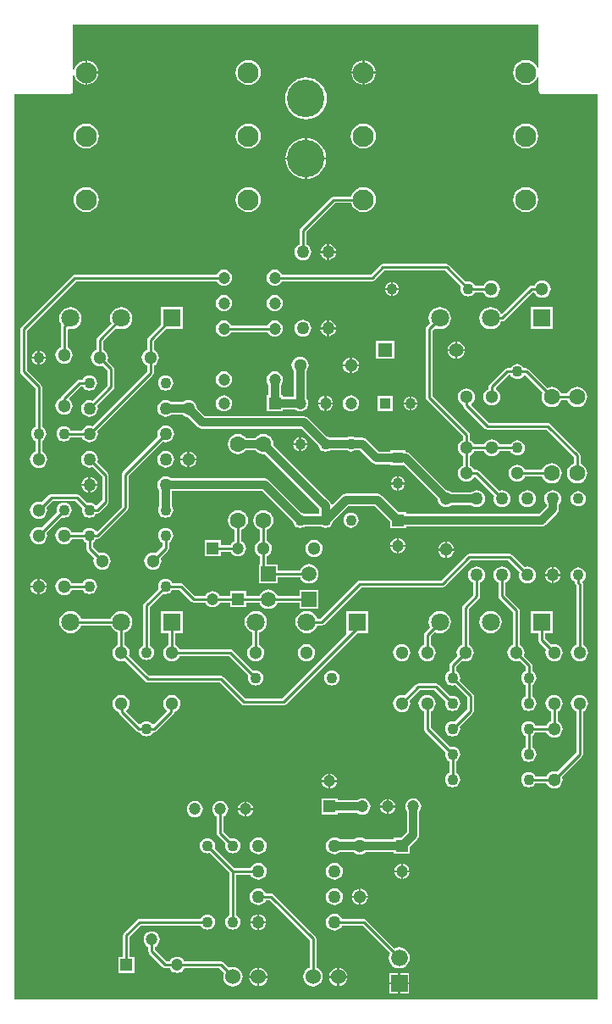
<source format=gbl>
G04*
G04 #@! TF.GenerationSoftware,Altium Limited,Altium Designer,19.0.12 (326)*
G04*
G04 Layer_Physical_Order=2*
G04 Layer_Color=16711680*
%FSLAX25Y25*%
%MOIN*%
G70*
G01*
G75*
%ADD12C,0.01000*%
%ADD40C,0.03200*%
%ADD41C,0.04724*%
%ADD42R,0.04724X0.04724*%
%ADD43R,0.04724X0.04724*%
%ADD44C,0.07087*%
%ADD45R,0.07087X0.07087*%
%ADD46C,0.06299*%
%ADD47C,0.05118*%
%ADD48C,0.04331*%
%ADD49C,0.05512*%
%ADD50R,0.05512X0.05512*%
%ADD51C,0.05000*%
%ADD52C,0.05906*%
%ADD53R,0.05906X0.05906*%
%ADD54C,0.14765*%
%ADD55C,0.06600*%
%ADD56R,0.06600X0.06600*%
%ADD57C,0.06000*%
%ADD58C,0.08268*%
%ADD59C,0.04725*%
%ADD60R,0.04331X0.04331*%
%ADD61R,0.04331X0.04331*%
%ADD62C,0.03000*%
G36*
X207936Y367923D02*
X207436Y367823D01*
X207119Y368588D01*
X206328Y369619D01*
X205297Y370410D01*
X204097Y370907D01*
X202809Y371077D01*
X201521Y370907D01*
X200321Y370410D01*
X199290Y369619D01*
X198499Y368588D01*
X198002Y367388D01*
X197832Y366100D01*
X198002Y364812D01*
X198499Y363612D01*
X199290Y362581D01*
X200321Y361790D01*
X201521Y361293D01*
X202809Y361123D01*
X204097Y361293D01*
X205297Y361790D01*
X206328Y362581D01*
X207119Y363612D01*
X207436Y364377D01*
X207936Y364277D01*
Y359000D01*
X208052Y358415D01*
X208384Y357919D01*
X208880Y357587D01*
X209465Y357471D01*
X230971D01*
Y1529D01*
X1529D01*
Y357471D01*
X23030D01*
X23615Y357587D01*
X24111Y357919D01*
X24443Y358415D01*
X24559Y359000D01*
Y364987D01*
X25059Y365020D01*
X25080Y364864D01*
X25557Y363713D01*
X26316Y362724D01*
X27305Y361965D01*
X28456Y361488D01*
X29292Y361378D01*
Y366100D01*
Y370822D01*
X28456Y370712D01*
X27305Y370235D01*
X26316Y369476D01*
X25557Y368487D01*
X25080Y367336D01*
X25059Y367180D01*
X24559Y367213D01*
Y384971D01*
X207936D01*
Y367923D01*
D02*
G37*
%LPC*%
G36*
X139311Y370822D02*
Y366500D01*
X143633D01*
X143523Y367336D01*
X143046Y368487D01*
X142287Y369476D01*
X141298Y370235D01*
X140147Y370712D01*
X139311Y370822D01*
D02*
G37*
G36*
X30092D02*
Y366500D01*
X34414D01*
X34304Y367336D01*
X33827Y368487D01*
X33068Y369476D01*
X32079Y370235D01*
X30928Y370712D01*
X30092Y370822D01*
D02*
G37*
G36*
X138511D02*
X137675Y370712D01*
X136524Y370235D01*
X135535Y369476D01*
X134776Y368487D01*
X134299Y367336D01*
X134189Y366500D01*
X138511D01*
Y370822D01*
D02*
G37*
G36*
X143633Y365700D02*
X139311D01*
Y361378D01*
X140147Y361488D01*
X141298Y361965D01*
X142287Y362724D01*
X143046Y363713D01*
X143523Y364864D01*
X143633Y365700D01*
D02*
G37*
G36*
X34414D02*
X30092D01*
Y361378D01*
X30928Y361488D01*
X32079Y361965D01*
X33068Y362724D01*
X33827Y363713D01*
X34304Y364864D01*
X34414Y365700D01*
D02*
G37*
G36*
X138511D02*
X134189D01*
X134299Y364864D01*
X134776Y363713D01*
X135535Y362724D01*
X136524Y361965D01*
X137675Y361488D01*
X138511Y361378D01*
Y365700D01*
D02*
G37*
G36*
X93590Y371077D02*
X92302Y370907D01*
X91102Y370410D01*
X90071Y369619D01*
X89280Y368588D01*
X88783Y367388D01*
X88613Y366100D01*
X88783Y364812D01*
X89280Y363612D01*
X90071Y362581D01*
X91102Y361790D01*
X92302Y361293D01*
X93590Y361123D01*
X94878Y361293D01*
X96078Y361790D01*
X97109Y362581D01*
X97900Y363612D01*
X98397Y364812D01*
X98567Y366100D01*
X98397Y367388D01*
X97900Y368588D01*
X97109Y369619D01*
X96078Y370410D01*
X94878Y370907D01*
X93590Y371077D01*
D02*
G37*
G36*
X116250Y364122D02*
X114646Y363964D01*
X113104Y363496D01*
X111682Y362736D01*
X110436Y361714D01*
X109414Y360468D01*
X108654Y359046D01*
X108186Y357504D01*
X108028Y355900D01*
X108186Y354296D01*
X108654Y352754D01*
X109414Y351332D01*
X110436Y350086D01*
X111682Y349064D01*
X113104Y348304D01*
X114646Y347836D01*
X116250Y347678D01*
X117854Y347836D01*
X119396Y348304D01*
X120818Y349064D01*
X122064Y350086D01*
X123086Y351332D01*
X123846Y352754D01*
X124314Y354296D01*
X124472Y355900D01*
X124314Y357504D01*
X123846Y359046D01*
X123086Y360468D01*
X122064Y361714D01*
X120818Y362736D01*
X119396Y363496D01*
X117854Y363964D01*
X116250Y364122D01*
D02*
G37*
G36*
X202809Y346077D02*
X201521Y345907D01*
X200321Y345410D01*
X199290Y344619D01*
X198499Y343588D01*
X198002Y342388D01*
X197832Y341100D01*
X198002Y339812D01*
X198499Y338612D01*
X199290Y337581D01*
X200321Y336790D01*
X201521Y336293D01*
X202809Y336123D01*
X204097Y336293D01*
X205297Y336790D01*
X206328Y337581D01*
X207119Y338612D01*
X207616Y339812D01*
X207786Y341100D01*
X207616Y342388D01*
X207119Y343588D01*
X206328Y344619D01*
X205297Y345410D01*
X204097Y345907D01*
X202809Y346077D01*
D02*
G37*
G36*
X138911D02*
X137623Y345907D01*
X136423Y345410D01*
X135392Y344619D01*
X134601Y343588D01*
X134104Y342388D01*
X133934Y341100D01*
X134104Y339812D01*
X134601Y338612D01*
X135392Y337581D01*
X136423Y336790D01*
X137623Y336293D01*
X138911Y336123D01*
X140199Y336293D01*
X141399Y336790D01*
X142430Y337581D01*
X143221Y338612D01*
X143718Y339812D01*
X143888Y341100D01*
X143718Y342388D01*
X143221Y343588D01*
X142430Y344619D01*
X141399Y345410D01*
X140199Y345907D01*
X138911Y346077D01*
D02*
G37*
G36*
X93590D02*
X92302Y345907D01*
X91102Y345410D01*
X90071Y344619D01*
X89280Y343588D01*
X88783Y342388D01*
X88613Y341100D01*
X88783Y339812D01*
X89280Y338612D01*
X90071Y337581D01*
X91102Y336790D01*
X92302Y336293D01*
X93590Y336123D01*
X94878Y336293D01*
X96078Y336790D01*
X97109Y337581D01*
X97900Y338612D01*
X98397Y339812D01*
X98567Y341100D01*
X98397Y342388D01*
X97900Y343588D01*
X97109Y344619D01*
X96078Y345410D01*
X94878Y345907D01*
X93590Y346077D01*
D02*
G37*
G36*
X29692D02*
X28404Y345907D01*
X27204Y345410D01*
X26173Y344619D01*
X25382Y343588D01*
X24885Y342388D01*
X24715Y341100D01*
X24885Y339812D01*
X25382Y338612D01*
X26173Y337581D01*
X27204Y336790D01*
X28404Y336293D01*
X29692Y336123D01*
X30980Y336293D01*
X32180Y336790D01*
X33211Y337581D01*
X34002Y338612D01*
X34499Y339812D01*
X34669Y341100D01*
X34499Y342388D01*
X34002Y343588D01*
X33211Y344619D01*
X32180Y345410D01*
X30980Y345907D01*
X29692Y346077D01*
D02*
G37*
G36*
X116650Y340260D02*
Y332678D01*
X124232D01*
X124117Y333843D01*
X123660Y335347D01*
X122919Y336734D01*
X121922Y337950D01*
X120706Y338947D01*
X119319Y339688D01*
X117815Y340145D01*
X116650Y340260D01*
D02*
G37*
G36*
X115850D02*
X114685Y340145D01*
X113180Y339688D01*
X111794Y338947D01*
X110578Y337950D01*
X109581Y336734D01*
X108840Y335347D01*
X108383Y333843D01*
X108268Y332678D01*
X115850D01*
Y340260D01*
D02*
G37*
G36*
X124232Y331878D02*
X116650D01*
Y324296D01*
X117815Y324411D01*
X119319Y324868D01*
X120706Y325609D01*
X121922Y326606D01*
X122919Y327822D01*
X123660Y329209D01*
X124117Y330713D01*
X124232Y331878D01*
D02*
G37*
G36*
X115850D02*
X108268D01*
X108383Y330713D01*
X108840Y329209D01*
X109581Y327822D01*
X110578Y326606D01*
X111794Y325609D01*
X113180Y324868D01*
X114685Y324411D01*
X115850Y324296D01*
Y331878D01*
D02*
G37*
G36*
X202809Y321077D02*
X201521Y320907D01*
X200321Y320410D01*
X199290Y319619D01*
X198499Y318588D01*
X198002Y317388D01*
X197832Y316100D01*
X198002Y314812D01*
X198499Y313612D01*
X199290Y312581D01*
X200321Y311790D01*
X201521Y311293D01*
X202809Y311123D01*
X204097Y311293D01*
X205297Y311790D01*
X206328Y312581D01*
X207119Y313612D01*
X207616Y314812D01*
X207786Y316100D01*
X207616Y317388D01*
X207119Y318588D01*
X206328Y319619D01*
X205297Y320410D01*
X204097Y320907D01*
X202809Y321077D01*
D02*
G37*
G36*
X138911D02*
X137623Y320907D01*
X136423Y320410D01*
X135392Y319619D01*
X134601Y318588D01*
X134119Y317425D01*
X127260D01*
X126753Y317325D01*
X126323Y317037D01*
X114063Y304777D01*
X113775Y304347D01*
X113674Y303840D01*
Y298523D01*
X113336Y298382D01*
X112646Y297854D01*
X112118Y297164D01*
X111785Y296361D01*
X111671Y295500D01*
X111785Y294638D01*
X112118Y293836D01*
X112646Y293146D01*
X113336Y292618D01*
X114138Y292285D01*
X115000Y292172D01*
X115861Y292285D01*
X116664Y292618D01*
X117354Y293146D01*
X117883Y293836D01*
X118215Y294638D01*
X118328Y295500D01*
X118215Y296361D01*
X117883Y297164D01*
X117354Y297854D01*
X116664Y298382D01*
X116325Y298523D01*
Y303291D01*
X127809Y314774D01*
X134119D01*
X134601Y313612D01*
X135392Y312581D01*
X136423Y311790D01*
X137623Y311293D01*
X138911Y311123D01*
X140199Y311293D01*
X141399Y311790D01*
X142430Y312581D01*
X143221Y313612D01*
X143718Y314812D01*
X143888Y316100D01*
X143718Y317388D01*
X143221Y318588D01*
X142430Y319619D01*
X141399Y320410D01*
X140199Y320907D01*
X138911Y321077D01*
D02*
G37*
G36*
X93590D02*
X92302Y320907D01*
X91102Y320410D01*
X90071Y319619D01*
X89280Y318588D01*
X88783Y317388D01*
X88613Y316100D01*
X88783Y314812D01*
X89280Y313612D01*
X90071Y312581D01*
X91102Y311790D01*
X92302Y311293D01*
X93590Y311123D01*
X94878Y311293D01*
X96078Y311790D01*
X97109Y312581D01*
X97900Y313612D01*
X98397Y314812D01*
X98567Y316100D01*
X98397Y317388D01*
X97900Y318588D01*
X97109Y319619D01*
X96078Y320410D01*
X94878Y320907D01*
X93590Y321077D01*
D02*
G37*
G36*
X29692D02*
X28404Y320907D01*
X27204Y320410D01*
X26173Y319619D01*
X25382Y318588D01*
X24885Y317388D01*
X24715Y316100D01*
X24885Y314812D01*
X25382Y313612D01*
X26173Y312581D01*
X27204Y311790D01*
X28404Y311293D01*
X29692Y311123D01*
X30980Y311293D01*
X32180Y311790D01*
X33211Y312581D01*
X34002Y313612D01*
X34499Y314812D01*
X34669Y316100D01*
X34499Y317388D01*
X34002Y318588D01*
X33211Y319619D01*
X32180Y320410D01*
X30980Y320907D01*
X29692Y321077D01*
D02*
G37*
G36*
X125400Y298574D02*
Y295900D01*
X128074D01*
X128020Y296309D01*
X127708Y297063D01*
X127211Y297711D01*
X126563Y298208D01*
X125809Y298520D01*
X125400Y298574D01*
D02*
G37*
G36*
X124600D02*
X124191Y298520D01*
X123437Y298208D01*
X122789Y297711D01*
X122292Y297063D01*
X121980Y296309D01*
X121926Y295900D01*
X124600D01*
Y298574D01*
D02*
G37*
G36*
X128074Y295100D02*
X125400D01*
Y292426D01*
X125809Y292480D01*
X126563Y292792D01*
X127211Y293289D01*
X127708Y293937D01*
X128020Y294691D01*
X128074Y295100D01*
D02*
G37*
G36*
X124600D02*
X121926D01*
X121980Y294691D01*
X122292Y293937D01*
X122789Y293289D01*
X123437Y292792D01*
X124191Y292480D01*
X124600Y292426D01*
Y295100D01*
D02*
G37*
G36*
X171671Y290826D02*
X146500D01*
X145993Y290725D01*
X145563Y290437D01*
X141817Y286692D01*
X106874D01*
X106762Y286961D01*
X106255Y287622D01*
X105595Y288129D01*
X104826Y288447D01*
X104000Y288556D01*
X103174Y288447D01*
X102405Y288129D01*
X101744Y287622D01*
X101238Y286961D01*
X100919Y286192D01*
X100810Y285366D01*
X100919Y284541D01*
X101238Y283771D01*
X101744Y283111D01*
X102405Y282604D01*
X103174Y282285D01*
X104000Y282176D01*
X104826Y282285D01*
X105595Y282604D01*
X106255Y283111D01*
X106762Y283771D01*
X106874Y284041D01*
X142366D01*
X142873Y284142D01*
X143303Y284429D01*
X147049Y288175D01*
X171123D01*
X177353Y281944D01*
X177282Y281774D01*
X177180Y281000D01*
X177282Y280226D01*
X177581Y279504D01*
X178057Y278885D01*
X178676Y278410D01*
X179397Y278111D01*
X180172Y278009D01*
X180946Y278111D01*
X181667Y278410D01*
X182287Y278885D01*
X182762Y279504D01*
X182832Y279675D01*
X186203D01*
X186356Y279306D01*
X186894Y278604D01*
X187596Y278066D01*
X188413Y277728D01*
X189290Y277612D01*
X190167Y277728D01*
X190984Y278066D01*
X191686Y278604D01*
X192224Y279306D01*
X192563Y280123D01*
X192678Y281000D01*
X192563Y281877D01*
X192224Y282694D01*
X191686Y283396D01*
X190984Y283934D01*
X190167Y284273D01*
X189290Y284388D01*
X188413Y284273D01*
X187596Y283934D01*
X186894Y283396D01*
X186356Y282694D01*
X186203Y282326D01*
X182832D01*
X182762Y282495D01*
X182287Y283115D01*
X181667Y283590D01*
X180946Y283889D01*
X180172Y283991D01*
X179397Y283889D01*
X179227Y283819D01*
X172609Y290437D01*
X172179Y290725D01*
X171671Y290826D01*
D02*
G37*
G36*
X84000Y288556D02*
X83174Y288447D01*
X82405Y288129D01*
X81744Y287622D01*
X81238Y286961D01*
X81126Y286692D01*
X25248D01*
X24741Y286591D01*
X24311Y286303D01*
X4063Y266055D01*
X3775Y265625D01*
X3675Y265118D01*
Y248500D01*
X3775Y247993D01*
X4063Y247563D01*
X9674Y241951D01*
Y226661D01*
X9505Y226590D01*
X8885Y226115D01*
X8410Y225496D01*
X8111Y224774D01*
X8009Y224000D01*
X8111Y223226D01*
X8410Y222504D01*
X8885Y221885D01*
X9505Y221410D01*
X9674Y221339D01*
Y217087D01*
X9306Y216934D01*
X8604Y216396D01*
X8066Y215694D01*
X7728Y214877D01*
X7612Y214000D01*
X7728Y213123D01*
X8066Y212306D01*
X8604Y211604D01*
X9306Y211066D01*
X10123Y210728D01*
X11000Y210612D01*
X11877Y210728D01*
X12694Y211066D01*
X13396Y211604D01*
X13934Y212306D01*
X14273Y213123D01*
X14388Y214000D01*
X14273Y214877D01*
X13934Y215694D01*
X13396Y216396D01*
X12694Y216934D01*
X12325Y217087D01*
Y221339D01*
X12495Y221410D01*
X13115Y221885D01*
X13590Y222504D01*
X13889Y223226D01*
X13991Y224000D01*
X13889Y224774D01*
X13590Y225496D01*
X13115Y226115D01*
X12495Y226590D01*
X12325Y226661D01*
Y242500D01*
X12225Y243007D01*
X11937Y243437D01*
X6325Y249049D01*
Y264569D01*
X25797Y284041D01*
X81126D01*
X81238Y283771D01*
X81744Y283111D01*
X82405Y282604D01*
X83174Y282285D01*
X84000Y282176D01*
X84826Y282285D01*
X85595Y282604D01*
X86256Y283111D01*
X86762Y283771D01*
X87081Y284541D01*
X87190Y285366D01*
X87081Y286192D01*
X86762Y286961D01*
X86256Y287622D01*
X85595Y288129D01*
X84826Y288447D01*
X84000Y288556D01*
D02*
G37*
G36*
X150572Y283737D02*
Y281400D01*
X152908D01*
X152866Y281722D01*
X152587Y282395D01*
X152144Y282972D01*
X151566Y283416D01*
X150893Y283694D01*
X150572Y283737D01*
D02*
G37*
G36*
X149771D02*
X149450Y283694D01*
X148777Y283416D01*
X148199Y282972D01*
X147756Y282395D01*
X147477Y281722D01*
X147435Y281400D01*
X149771D01*
Y283737D01*
D02*
G37*
G36*
X152908Y280600D02*
X150572D01*
Y278263D01*
X150893Y278306D01*
X151566Y278584D01*
X152144Y279028D01*
X152587Y279605D01*
X152866Y280278D01*
X152908Y280600D01*
D02*
G37*
G36*
X149771D02*
X147435D01*
X147477Y280278D01*
X147756Y279605D01*
X148199Y279028D01*
X148777Y278584D01*
X149450Y278306D01*
X149771Y278263D01*
Y280600D01*
D02*
G37*
G36*
X209290Y284388D02*
X208413Y284273D01*
X207596Y283934D01*
X206894Y283396D01*
X206356Y282694D01*
X206203Y282326D01*
X205000D01*
X204493Y282225D01*
X204063Y281937D01*
X193412Y271286D01*
X192921Y271384D01*
X192794Y271691D01*
X192098Y272598D01*
X191191Y273294D01*
X190134Y273732D01*
X189000Y273881D01*
X187866Y273732D01*
X186810Y273294D01*
X185902Y272598D01*
X185206Y271691D01*
X184768Y270634D01*
X184619Y269500D01*
X184768Y268366D01*
X185206Y267309D01*
X185902Y266402D01*
X186810Y265706D01*
X187866Y265268D01*
X189000Y265119D01*
X190134Y265268D01*
X191191Y265706D01*
X192098Y266402D01*
X192794Y267309D01*
X193152Y268175D01*
X193500D01*
X194007Y268275D01*
X194437Y268563D01*
X205549Y279675D01*
X206203D01*
X206356Y279306D01*
X206894Y278604D01*
X207596Y278066D01*
X208413Y277728D01*
X209290Y277612D01*
X210167Y277728D01*
X210984Y278066D01*
X211686Y278604D01*
X212224Y279306D01*
X212563Y280123D01*
X212678Y281000D01*
X212563Y281877D01*
X212224Y282694D01*
X211686Y283396D01*
X210984Y283934D01*
X210167Y284273D01*
X209290Y284388D01*
D02*
G37*
G36*
X104000Y278556D02*
X103174Y278447D01*
X102405Y278129D01*
X101744Y277622D01*
X101238Y276961D01*
X100919Y276192D01*
X100810Y275366D01*
X100919Y274540D01*
X101238Y273771D01*
X101744Y273111D01*
X102405Y272604D01*
X103174Y272285D01*
X104000Y272176D01*
X104826Y272285D01*
X105595Y272604D01*
X106255Y273111D01*
X106762Y273771D01*
X107081Y274540D01*
X107190Y275366D01*
X107081Y276192D01*
X106762Y276961D01*
X106255Y277622D01*
X105595Y278129D01*
X104826Y278447D01*
X104000Y278556D01*
D02*
G37*
G36*
X84000D02*
X83174Y278447D01*
X82405Y278129D01*
X81744Y277622D01*
X81238Y276961D01*
X80919Y276192D01*
X80810Y275366D01*
X80919Y274540D01*
X81238Y273771D01*
X81744Y273111D01*
X82405Y272604D01*
X83174Y272285D01*
X84000Y272176D01*
X84826Y272285D01*
X85595Y272604D01*
X86256Y273111D01*
X86762Y273771D01*
X87081Y274540D01*
X87190Y275366D01*
X87081Y276192D01*
X86762Y276961D01*
X86256Y277622D01*
X85595Y278129D01*
X84826Y278447D01*
X84000Y278556D01*
D02*
G37*
G36*
X104000Y268556D02*
X103174Y268447D01*
X102405Y268129D01*
X101744Y267622D01*
X101238Y266961D01*
X101126Y266692D01*
X86874D01*
X86762Y266961D01*
X86256Y267622D01*
X85595Y268129D01*
X84826Y268447D01*
X84000Y268556D01*
X83174Y268447D01*
X82405Y268129D01*
X81744Y267622D01*
X81238Y266961D01*
X80919Y266192D01*
X80810Y265366D01*
X80919Y264541D01*
X81238Y263771D01*
X81744Y263111D01*
X82405Y262604D01*
X83174Y262285D01*
X84000Y262176D01*
X84826Y262285D01*
X85595Y262604D01*
X86256Y263111D01*
X86762Y263771D01*
X86874Y264041D01*
X101126D01*
X101238Y263771D01*
X101744Y263111D01*
X102405Y262604D01*
X103174Y262285D01*
X104000Y262176D01*
X104826Y262285D01*
X105595Y262604D01*
X106255Y263111D01*
X106762Y263771D01*
X107081Y264541D01*
X107190Y265366D01*
X107081Y266192D01*
X106762Y266961D01*
X106255Y267622D01*
X105595Y268129D01*
X104826Y268447D01*
X104000Y268556D01*
D02*
G37*
G36*
X125400Y268574D02*
Y265900D01*
X128074D01*
X128020Y266309D01*
X127708Y267063D01*
X127211Y267711D01*
X126563Y268208D01*
X125809Y268520D01*
X125400Y268574D01*
D02*
G37*
G36*
X124600D02*
X124191Y268520D01*
X123437Y268208D01*
X122789Y267711D01*
X122292Y267063D01*
X121980Y266309D01*
X121926Y265900D01*
X124600D01*
Y268574D01*
D02*
G37*
G36*
X213344Y273844D02*
X204657D01*
Y265157D01*
X213344D01*
Y273844D01*
D02*
G37*
G36*
X169000Y273881D02*
X167866Y273732D01*
X166809Y273294D01*
X165902Y272598D01*
X165206Y271691D01*
X164768Y270634D01*
X164619Y269500D01*
X164768Y268366D01*
X165127Y267501D01*
X163831Y266206D01*
X163544Y265775D01*
X163443Y265268D01*
Y238412D01*
X163544Y237905D01*
X163831Y237475D01*
X178174Y223131D01*
Y221587D01*
X177806Y221434D01*
X177104Y220896D01*
X176566Y220194D01*
X176227Y219377D01*
X176112Y218500D01*
X176227Y217623D01*
X176566Y216806D01*
X177104Y216104D01*
X177806Y215566D01*
X178174Y215413D01*
Y211587D01*
X177806Y211434D01*
X177104Y210896D01*
X176566Y210194D01*
X176227Y209377D01*
X176112Y208500D01*
X176227Y207623D01*
X176566Y206806D01*
X177104Y206104D01*
X177806Y205566D01*
X178623Y205227D01*
X179500Y205112D01*
X180377Y205227D01*
X181194Y205566D01*
X181896Y206104D01*
X182434Y206806D01*
X182519Y207011D01*
X183049Y207077D01*
X190425Y199700D01*
X190285Y199362D01*
X190172Y198500D01*
X190285Y197638D01*
X190618Y196836D01*
X191146Y196146D01*
X191836Y195617D01*
X192639Y195285D01*
X193500Y195171D01*
X194361Y195285D01*
X195164Y195617D01*
X195854Y196146D01*
X196382Y196836D01*
X196715Y197638D01*
X196828Y198500D01*
X196715Y199362D01*
X196382Y200164D01*
X195854Y200854D01*
X195164Y201382D01*
X194361Y201715D01*
X193500Y201829D01*
X192639Y201715D01*
X192300Y201575D01*
X184437Y209437D01*
X184007Y209725D01*
X183500Y209825D01*
X182587D01*
X182434Y210194D01*
X181896Y210896D01*
X181194Y211434D01*
X180825Y211587D01*
Y215413D01*
X181194Y215566D01*
X181896Y216104D01*
X182434Y216806D01*
X182587Y217175D01*
X186413D01*
X186566Y216806D01*
X187104Y216104D01*
X187806Y215566D01*
X188623Y215228D01*
X189500Y215112D01*
X190377Y215228D01*
X191194Y215566D01*
X191896Y216104D01*
X192434Y216806D01*
X192587Y217175D01*
X196839D01*
X196910Y217004D01*
X197385Y216385D01*
X198004Y215910D01*
X198726Y215611D01*
X199500Y215509D01*
X200274Y215611D01*
X200995Y215910D01*
X201615Y216385D01*
X202090Y217004D01*
X202389Y217726D01*
X202491Y218500D01*
X202389Y219274D01*
X202090Y219995D01*
X201615Y220615D01*
X200995Y221090D01*
X200274Y221389D01*
X199500Y221491D01*
X198726Y221389D01*
X198004Y221090D01*
X197385Y220615D01*
X196910Y219995D01*
X196839Y219826D01*
X192587D01*
X192434Y220194D01*
X191896Y220896D01*
X191194Y221434D01*
X190377Y221773D01*
X189500Y221888D01*
X188623Y221773D01*
X187806Y221434D01*
X187104Y220896D01*
X186566Y220194D01*
X186413Y219826D01*
X182587D01*
X182434Y220194D01*
X181896Y220896D01*
X181194Y221434D01*
X180825Y221587D01*
Y223680D01*
X180725Y224188D01*
X180437Y224618D01*
X166094Y238961D01*
Y264719D01*
X167001Y265627D01*
X167866Y265268D01*
X169000Y265119D01*
X170134Y265268D01*
X171191Y265706D01*
X172098Y266402D01*
X172794Y267309D01*
X173232Y268366D01*
X173381Y269500D01*
X173232Y270634D01*
X172794Y271691D01*
X172098Y272598D01*
X171191Y273294D01*
X170134Y273732D01*
X169000Y273881D01*
D02*
G37*
G36*
X43500D02*
X42366Y273732D01*
X41309Y273294D01*
X40402Y272598D01*
X39706Y271691D01*
X39268Y270634D01*
X39119Y269500D01*
X39268Y268366D01*
X39627Y267501D01*
X34063Y261937D01*
X33775Y261507D01*
X33674Y261000D01*
Y257087D01*
X33306Y256934D01*
X32604Y256396D01*
X32066Y255694D01*
X31727Y254877D01*
X31612Y254000D01*
X31727Y253123D01*
X32066Y252306D01*
X32604Y251604D01*
X33306Y251066D01*
X34123Y250728D01*
X35000Y250612D01*
X35877Y250728D01*
X36245Y250880D01*
X38175Y248951D01*
Y243049D01*
X32200Y237075D01*
X31861Y237215D01*
X31000Y237329D01*
X30138Y237215D01*
X29336Y236882D01*
X28646Y236354D01*
X28117Y235664D01*
X27785Y234861D01*
X27672Y234000D01*
X27785Y233138D01*
X28117Y232336D01*
X28646Y231646D01*
X29336Y231118D01*
X30138Y230785D01*
X31000Y230672D01*
X31861Y230785D01*
X32664Y231118D01*
X33354Y231646D01*
X33882Y232336D01*
X34215Y233138D01*
X34328Y234000D01*
X34215Y234861D01*
X34075Y235200D01*
X40437Y241563D01*
X40725Y241993D01*
X40826Y242500D01*
Y249500D01*
X40725Y250007D01*
X40437Y250437D01*
X38120Y252755D01*
X38273Y253123D01*
X38388Y254000D01*
X38273Y254877D01*
X37934Y255694D01*
X37396Y256396D01*
X36694Y256934D01*
X36325Y257087D01*
Y260451D01*
X41501Y265627D01*
X42366Y265268D01*
X43500Y265119D01*
X44634Y265268D01*
X45691Y265706D01*
X46598Y266402D01*
X47294Y267309D01*
X47732Y268366D01*
X47881Y269500D01*
X47732Y270634D01*
X47294Y271691D01*
X46598Y272598D01*
X45691Y273294D01*
X44634Y273732D01*
X43500Y273881D01*
D02*
G37*
G36*
X23500D02*
X22366Y273732D01*
X21309Y273294D01*
X20402Y272598D01*
X19706Y271691D01*
X19268Y270634D01*
X19119Y269500D01*
X19268Y268366D01*
X19706Y267309D01*
X19954Y266987D01*
X19775Y266720D01*
X19674Y266213D01*
Y258087D01*
X19306Y257934D01*
X18604Y257396D01*
X18066Y256694D01*
X17728Y255877D01*
X17612Y255000D01*
X17728Y254123D01*
X18066Y253306D01*
X18604Y252604D01*
X19306Y252066D01*
X20123Y251728D01*
X21000Y251612D01*
X21877Y251728D01*
X22694Y252066D01*
X23396Y252604D01*
X23934Y253306D01*
X24272Y254123D01*
X24388Y255000D01*
X24272Y255877D01*
X23934Y256694D01*
X23396Y257396D01*
X22694Y257934D01*
X22325Y258087D01*
Y264769D01*
X22826Y265208D01*
X23500Y265119D01*
X24634Y265268D01*
X25690Y265706D01*
X26598Y266402D01*
X27294Y267309D01*
X27732Y268366D01*
X27881Y269500D01*
X27732Y270634D01*
X27294Y271691D01*
X26598Y272598D01*
X25690Y273294D01*
X24634Y273732D01*
X23500Y273881D01*
D02*
G37*
G36*
X128074Y265100D02*
X125400D01*
Y262426D01*
X125809Y262480D01*
X126563Y262792D01*
X127211Y263289D01*
X127708Y263937D01*
X128020Y264691D01*
X128074Y265100D01*
D02*
G37*
G36*
X124600D02*
X121926D01*
X121980Y264691D01*
X122292Y263937D01*
X122789Y263289D01*
X123437Y262792D01*
X124191Y262480D01*
X124600Y262426D01*
Y265100D01*
D02*
G37*
G36*
X115000Y268829D02*
X114138Y268715D01*
X113336Y268383D01*
X112646Y267854D01*
X112118Y267164D01*
X111785Y266361D01*
X111671Y265500D01*
X111785Y264638D01*
X112118Y263836D01*
X112646Y263146D01*
X113336Y262617D01*
X114138Y262285D01*
X115000Y262172D01*
X115861Y262285D01*
X116664Y262617D01*
X117354Y263146D01*
X117883Y263836D01*
X118215Y264638D01*
X118328Y265500D01*
X118215Y266361D01*
X117883Y267164D01*
X117354Y267854D01*
X116664Y268383D01*
X115861Y268715D01*
X115000Y268829D01*
D02*
G37*
G36*
X175900Y260332D02*
Y257400D01*
X178832D01*
X178770Y257876D01*
X178431Y258693D01*
X177893Y259394D01*
X177192Y259931D01*
X176376Y260270D01*
X175900Y260332D01*
D02*
G37*
G36*
X175100D02*
X174624Y260270D01*
X173808Y259931D01*
X173107Y259394D01*
X172569Y258693D01*
X172230Y257876D01*
X172168Y257400D01*
X175100D01*
Y260332D01*
D02*
G37*
G36*
X11400Y256737D02*
Y254400D01*
X13737D01*
X13694Y254722D01*
X13416Y255395D01*
X12972Y255972D01*
X12395Y256416D01*
X11722Y256694D01*
X11400Y256737D01*
D02*
G37*
G36*
X10600D02*
X10278Y256694D01*
X9605Y256416D01*
X9028Y255972D01*
X8584Y255395D01*
X8306Y254722D01*
X8263Y254400D01*
X10600D01*
Y256737D01*
D02*
G37*
G36*
X178832Y256600D02*
X175900D01*
Y253668D01*
X176376Y253730D01*
X177192Y254068D01*
X177893Y254607D01*
X178431Y255308D01*
X178770Y256124D01*
X178832Y256600D01*
D02*
G37*
G36*
X175100D02*
X172168D01*
X172230Y256124D01*
X172569Y255308D01*
X173107Y254607D01*
X173808Y254068D01*
X174624Y253730D01*
X175100Y253668D01*
Y256600D01*
D02*
G37*
G36*
X151056Y260556D02*
X143944D01*
Y253444D01*
X151056D01*
Y260556D01*
D02*
G37*
G36*
X134400Y254134D02*
Y251400D01*
X137134D01*
X137078Y251825D01*
X136759Y252593D01*
X136253Y253253D01*
X135593Y253759D01*
X134825Y254078D01*
X134400Y254134D01*
D02*
G37*
G36*
X133600D02*
X133175Y254078D01*
X132407Y253759D01*
X131747Y253253D01*
X131241Y252593D01*
X130922Y251825D01*
X130866Y251400D01*
X133600D01*
Y254134D01*
D02*
G37*
G36*
X13737Y253600D02*
X11400D01*
Y251263D01*
X11722Y251306D01*
X12395Y251584D01*
X12972Y252028D01*
X13416Y252605D01*
X13694Y253278D01*
X13737Y253600D01*
D02*
G37*
G36*
X10600D02*
X8263D01*
X8306Y253278D01*
X8584Y252605D01*
X9028Y252028D01*
X9605Y251584D01*
X10278Y251306D01*
X10600Y251263D01*
Y253600D01*
D02*
G37*
G36*
X137134Y250600D02*
X134400D01*
Y247866D01*
X134825Y247922D01*
X135593Y248241D01*
X136253Y248747D01*
X136759Y249407D01*
X137078Y250175D01*
X137134Y250600D01*
D02*
G37*
G36*
X133600D02*
X130866D01*
X130922Y250175D01*
X131241Y249407D01*
X131747Y248747D01*
X132407Y248241D01*
X133175Y247922D01*
X133600Y247866D01*
Y250600D01*
D02*
G37*
G36*
X31000Y246991D02*
X30226Y246889D01*
X29504Y246590D01*
X28885Y246115D01*
X28410Y245496D01*
X28339Y245325D01*
X27000D01*
X27000Y245325D01*
X26493Y245225D01*
X26063Y244937D01*
X20170Y239045D01*
X19883Y238615D01*
X19787Y238133D01*
X19306Y237934D01*
X18604Y237396D01*
X18066Y236694D01*
X17728Y235877D01*
X17612Y235000D01*
X17728Y234123D01*
X18066Y233306D01*
X18604Y232604D01*
X19306Y232066D01*
X20123Y231728D01*
X21000Y231612D01*
X21877Y231728D01*
X22694Y232066D01*
X23396Y232604D01*
X23934Y233306D01*
X24272Y234123D01*
X24388Y235000D01*
X24272Y235877D01*
X23934Y236694D01*
X23396Y237396D01*
X23060Y237653D01*
X23027Y238152D01*
X27549Y242674D01*
X28339D01*
X28410Y242505D01*
X28885Y241885D01*
X29504Y241410D01*
X30226Y241111D01*
X31000Y241009D01*
X31774Y241111D01*
X32495Y241410D01*
X33115Y241885D01*
X33590Y242505D01*
X33889Y243226D01*
X33991Y244000D01*
X33889Y244774D01*
X33590Y245496D01*
X33115Y246115D01*
X32495Y246590D01*
X31774Y246889D01*
X31000Y246991D01*
D02*
G37*
G36*
X84000Y248556D02*
X83174Y248447D01*
X82405Y248129D01*
X81744Y247622D01*
X81238Y246961D01*
X80919Y246192D01*
X80810Y245366D01*
X80919Y244541D01*
X81238Y243771D01*
X81744Y243111D01*
X82405Y242604D01*
X83174Y242285D01*
X84000Y242176D01*
X84826Y242285D01*
X85595Y242604D01*
X86256Y243111D01*
X86762Y243771D01*
X87081Y244541D01*
X87190Y245366D01*
X87081Y246192D01*
X86762Y246961D01*
X86256Y247622D01*
X85595Y248129D01*
X84826Y248447D01*
X84000Y248556D01*
D02*
G37*
G36*
X61000Y246991D02*
X60226Y246889D01*
X59504Y246590D01*
X58885Y246115D01*
X58410Y245496D01*
X58111Y244774D01*
X58009Y244000D01*
X58111Y243226D01*
X58410Y242505D01*
X58885Y241885D01*
X59504Y241410D01*
X60226Y241111D01*
X61000Y241009D01*
X61774Y241111D01*
X62495Y241410D01*
X63115Y241885D01*
X63590Y242505D01*
X63889Y243226D01*
X63991Y244000D01*
X63889Y244774D01*
X63590Y245496D01*
X63115Y246115D01*
X62495Y246590D01*
X61774Y246889D01*
X61000Y246991D01*
D02*
G37*
G36*
X114000Y254388D02*
X113123Y254273D01*
X112306Y253934D01*
X111604Y253396D01*
X111066Y252694D01*
X110728Y251877D01*
X110612Y251000D01*
X110728Y250123D01*
X111066Y249306D01*
X111553Y248671D01*
Y238447D01*
X107162D01*
Y239162D01*
X106447D01*
Y243360D01*
X106762Y243771D01*
X107081Y244541D01*
X107190Y245366D01*
X107081Y246192D01*
X106762Y246961D01*
X106255Y247622D01*
X105595Y248129D01*
X104826Y248447D01*
X104000Y248556D01*
X103174Y248447D01*
X102405Y248129D01*
X101744Y247622D01*
X101238Y246961D01*
X100919Y246192D01*
X100810Y245366D01*
X100919Y244541D01*
X101238Y243771D01*
X101553Y243360D01*
Y239162D01*
X100838D01*
Y232838D01*
X107162D01*
Y233553D01*
X111995D01*
X112405Y233238D01*
X113174Y232919D01*
X114000Y232811D01*
X114825Y232919D01*
X115595Y233238D01*
X116255Y233745D01*
X116762Y234405D01*
X117081Y235174D01*
X117189Y236000D01*
X117081Y236825D01*
X116762Y237595D01*
X116447Y238005D01*
Y248671D01*
X116934Y249306D01*
X117272Y250123D01*
X117388Y251000D01*
X117272Y251877D01*
X116934Y252694D01*
X116396Y253396D01*
X115694Y253934D01*
X114877Y254273D01*
X114000Y254388D01*
D02*
G37*
G36*
X70000Y237388D02*
X69123Y237273D01*
X68306Y236934D01*
X67671Y236447D01*
X63232D01*
X62664Y236882D01*
X61861Y237215D01*
X61000Y237329D01*
X60138Y237215D01*
X59336Y236882D01*
X58646Y236354D01*
X58117Y235664D01*
X57785Y234861D01*
X57671Y234000D01*
X57785Y233138D01*
X58117Y232336D01*
X58646Y231646D01*
X59336Y231118D01*
X60138Y230785D01*
X61000Y230672D01*
X61861Y230785D01*
X62664Y231118D01*
X63232Y231553D01*
X67671D01*
X68306Y231066D01*
X69123Y230728D01*
X69916Y230623D01*
X73770Y226770D01*
X74564Y226239D01*
X75500Y226053D01*
X114486D01*
X121080Y219459D01*
X121111Y219226D01*
X121410Y218505D01*
X121885Y217885D01*
X122504Y217410D01*
X123226Y217111D01*
X124000Y217009D01*
X124774Y217111D01*
X125496Y217410D01*
X125748Y217603D01*
X132318D01*
X132504Y217460D01*
X133226Y217161D01*
X134000Y217059D01*
X134774Y217161D01*
X135495Y217460D01*
X135682Y217603D01*
X137502D01*
X142335Y212770D01*
X143129Y212239D01*
X144066Y212053D01*
X149534D01*
Y211535D01*
X155005D01*
X168123Y198416D01*
X168228Y197623D01*
X168566Y196806D01*
X169104Y196104D01*
X169806Y195566D01*
X170623Y195228D01*
X171500Y195112D01*
X172377Y195228D01*
X173194Y195566D01*
X173829Y196053D01*
X181268D01*
X181836Y195617D01*
X182639Y195285D01*
X183500Y195171D01*
X184362Y195285D01*
X185164Y195617D01*
X185854Y196146D01*
X186382Y196836D01*
X186715Y197638D01*
X186828Y198500D01*
X186715Y199362D01*
X186382Y200164D01*
X185854Y200854D01*
X185164Y201382D01*
X184362Y201715D01*
X183500Y201829D01*
X182639Y201715D01*
X181836Y201382D01*
X181268Y200947D01*
X173829D01*
X173194Y201434D01*
X172377Y201772D01*
X171584Y201877D01*
X157230Y216230D01*
X156436Y216761D01*
X155500Y216947D01*
X155465D01*
Y217465D01*
X149534D01*
Y216947D01*
X145079D01*
X140246Y221780D01*
X139452Y222311D01*
X138515Y222497D01*
X135682D01*
X135495Y222640D01*
X134774Y222939D01*
X134000Y223041D01*
X133226Y222939D01*
X132504Y222640D01*
X132318Y222497D01*
X125617D01*
X125496Y222590D01*
X124774Y222889D01*
X124541Y222920D01*
X117230Y230230D01*
X116436Y230761D01*
X115500Y230947D01*
X76514D01*
X73377Y234084D01*
X73273Y234877D01*
X72934Y235694D01*
X72396Y236396D01*
X71694Y236934D01*
X70877Y237273D01*
X70000Y237388D01*
D02*
G37*
G36*
X157900Y238737D02*
Y236400D01*
X160237D01*
X160194Y236722D01*
X159916Y237395D01*
X159472Y237972D01*
X158895Y238416D01*
X158222Y238694D01*
X157900Y238737D01*
D02*
G37*
G36*
X157100D02*
X156778Y238694D01*
X156105Y238416D01*
X155528Y237972D01*
X155084Y237395D01*
X154806Y236722D01*
X154763Y236400D01*
X157100D01*
Y238737D01*
D02*
G37*
G36*
X124400Y238935D02*
Y236400D01*
X126935D01*
X126886Y236773D01*
X126587Y237494D01*
X126112Y238112D01*
X125494Y238587D01*
X124773Y238886D01*
X124400Y238935D01*
D02*
G37*
G36*
X123600D02*
X123227Y238886D01*
X122506Y238587D01*
X121888Y238112D01*
X121413Y237494D01*
X121114Y236773D01*
X121065Y236400D01*
X123600D01*
Y238935D01*
D02*
G37*
G36*
X199500Y251491D02*
X198726Y251389D01*
X198004Y251090D01*
X197385Y250615D01*
X196910Y249995D01*
X196839Y249826D01*
X195553D01*
X195045Y249725D01*
X194615Y249437D01*
X188563Y243385D01*
X188275Y242954D01*
X188174Y242447D01*
Y241587D01*
X187806Y241434D01*
X187104Y240896D01*
X186566Y240194D01*
X186228Y239377D01*
X186112Y238500D01*
X186228Y237623D01*
X186566Y236806D01*
X187104Y236104D01*
X187806Y235566D01*
X188623Y235227D01*
X189500Y235112D01*
X190377Y235227D01*
X191194Y235566D01*
X191896Y236104D01*
X192434Y236806D01*
X192772Y237623D01*
X192888Y238500D01*
X192772Y239377D01*
X192434Y240194D01*
X191896Y240896D01*
X191194Y241434D01*
X191053Y241493D01*
X190976Y242049D01*
X196102Y247175D01*
X196839D01*
X196910Y247005D01*
X197385Y246385D01*
X198004Y245910D01*
X198726Y245611D01*
X199500Y245509D01*
X200274Y245611D01*
X200995Y245910D01*
X201615Y246385D01*
X202046Y246946D01*
X202354Y247004D01*
X202623Y247003D01*
X209428Y240197D01*
X209152Y239531D01*
X209016Y238500D01*
X209152Y237469D01*
X209550Y236508D01*
X210183Y235683D01*
X211008Y235050D01*
X211969Y234652D01*
X213000Y234516D01*
X214031Y234652D01*
X214992Y235050D01*
X215817Y235683D01*
X216450Y236508D01*
X216726Y237175D01*
X219274D01*
X219550Y236508D01*
X220183Y235683D01*
X221008Y235050D01*
X221969Y234652D01*
X223000Y234516D01*
X224031Y234652D01*
X224992Y235050D01*
X225817Y235683D01*
X226450Y236508D01*
X226848Y237469D01*
X226984Y238500D01*
X226848Y239531D01*
X226450Y240492D01*
X225817Y241317D01*
X224992Y241950D01*
X224031Y242348D01*
X223000Y242484D01*
X221969Y242348D01*
X221008Y241950D01*
X220183Y241317D01*
X219550Y240492D01*
X219274Y239826D01*
X216726D01*
X216450Y240492D01*
X215817Y241317D01*
X214992Y241950D01*
X214031Y242348D01*
X213000Y242484D01*
X211969Y242348D01*
X211303Y242072D01*
X203937Y249437D01*
X203507Y249725D01*
X203000Y249826D01*
X202161D01*
X202090Y249995D01*
X201615Y250615D01*
X200995Y251090D01*
X200274Y251389D01*
X199500Y251491D01*
D02*
G37*
G36*
X160237Y235600D02*
X157900D01*
Y233263D01*
X158222Y233306D01*
X158895Y233584D01*
X159472Y234028D01*
X159916Y234605D01*
X160194Y235278D01*
X160237Y235600D01*
D02*
G37*
G36*
X157100D02*
X154763D01*
X154806Y235278D01*
X155084Y234605D01*
X155528Y234028D01*
X156105Y233584D01*
X156778Y233306D01*
X157100Y233263D01*
Y235600D01*
D02*
G37*
G36*
X126935D02*
X124400D01*
Y233065D01*
X124773Y233114D01*
X125494Y233413D01*
X126112Y233888D01*
X126587Y234506D01*
X126886Y235227D01*
X126935Y235600D01*
D02*
G37*
G36*
X123600D02*
X121065D01*
X121114Y235227D01*
X121413Y234506D01*
X121888Y233888D01*
X122506Y233413D01*
X123227Y233114D01*
X123600Y233065D01*
Y235600D01*
D02*
G37*
G36*
X150466Y238966D02*
X144535D01*
Y233034D01*
X150466D01*
Y238966D01*
D02*
G37*
G36*
X134000Y239189D02*
X133175Y239081D01*
X132405Y238762D01*
X131745Y238255D01*
X131238Y237595D01*
X130919Y236825D01*
X130811Y236000D01*
X130919Y235174D01*
X131238Y234405D01*
X131745Y233745D01*
X132405Y233238D01*
X133175Y232919D01*
X134000Y232811D01*
X134826Y232919D01*
X135595Y233238D01*
X136255Y233745D01*
X136762Y234405D01*
X137081Y235174D01*
X137189Y236000D01*
X137081Y236825D01*
X136762Y237595D01*
X136255Y238255D01*
X135595Y238762D01*
X134826Y239081D01*
X134000Y239189D01*
D02*
G37*
G36*
X84000D02*
X83175Y239081D01*
X82405Y238762D01*
X81745Y238255D01*
X81238Y237595D01*
X80919Y236825D01*
X80811Y236000D01*
X80919Y235174D01*
X81238Y234405D01*
X81745Y233745D01*
X82405Y233238D01*
X83175Y232919D01*
X84000Y232811D01*
X84825Y232919D01*
X85595Y233238D01*
X86255Y233745D01*
X86762Y234405D01*
X87081Y235174D01*
X87189Y236000D01*
X87081Y236825D01*
X86762Y237595D01*
X86255Y238255D01*
X85595Y238762D01*
X84825Y239081D01*
X84000Y239189D01*
D02*
G37*
G36*
X67844Y273844D02*
X59157D01*
Y267031D01*
X54063Y261937D01*
X53775Y261507D01*
X53675Y261000D01*
Y257087D01*
X53306Y256934D01*
X52604Y256396D01*
X52066Y255694D01*
X51727Y254877D01*
X51612Y254000D01*
X51727Y253123D01*
X52066Y252306D01*
X52604Y251604D01*
X53306Y251066D01*
X53675Y250913D01*
Y248549D01*
X32200Y227075D01*
X31861Y227215D01*
X31000Y227328D01*
X30138Y227215D01*
X29336Y226883D01*
X28646Y226354D01*
X28117Y225664D01*
X27977Y225325D01*
X23661D01*
X23590Y225496D01*
X23115Y226115D01*
X22496Y226590D01*
X21774Y226889D01*
X21000Y226991D01*
X20226Y226889D01*
X19504Y226590D01*
X18885Y226115D01*
X18410Y225496D01*
X18111Y224774D01*
X18009Y224000D01*
X18111Y223226D01*
X18410Y222504D01*
X18885Y221885D01*
X19504Y221410D01*
X20226Y221111D01*
X21000Y221009D01*
X21774Y221111D01*
X22496Y221410D01*
X23115Y221885D01*
X23590Y222504D01*
X23661Y222674D01*
X27977D01*
X28117Y222336D01*
X28646Y221646D01*
X29336Y221117D01*
X30138Y220785D01*
X31000Y220672D01*
X31861Y220785D01*
X32664Y221117D01*
X33354Y221646D01*
X33882Y222336D01*
X34215Y223138D01*
X34328Y224000D01*
X34215Y224862D01*
X34075Y225200D01*
X55937Y247063D01*
X56225Y247493D01*
X56326Y248000D01*
Y250913D01*
X56694Y251066D01*
X57396Y251604D01*
X57934Y252306D01*
X58272Y253123D01*
X58388Y254000D01*
X58272Y254877D01*
X57934Y255694D01*
X57396Y256396D01*
X56694Y256934D01*
X56326Y257087D01*
Y260451D01*
X61031Y265157D01*
X67844D01*
Y273844D01*
D02*
G37*
G36*
X99500Y223972D02*
X98469Y223836D01*
X97508Y223438D01*
X96683Y222805D01*
X96399Y222435D01*
X92601D01*
X92317Y222805D01*
X91492Y223438D01*
X90531Y223836D01*
X89500Y223972D01*
X88469Y223836D01*
X87508Y223438D01*
X86683Y222805D01*
X86050Y221980D01*
X85652Y221019D01*
X85516Y219988D01*
X85652Y218957D01*
X86050Y217997D01*
X86683Y217172D01*
X87508Y216539D01*
X88469Y216141D01*
X89500Y216005D01*
X90531Y216141D01*
X91492Y216539D01*
X92317Y217172D01*
X92601Y217541D01*
X96399D01*
X96683Y217172D01*
X97508Y216539D01*
X98469Y216141D01*
X99500Y216005D01*
X99962Y216066D01*
X121553Y194475D01*
Y192447D01*
X115682D01*
X115496Y192590D01*
X114774Y192889D01*
X114541Y192920D01*
X101730Y205730D01*
X100936Y206261D01*
X100000Y206447D01*
X63232D01*
X62664Y206883D01*
X61861Y207215D01*
X61000Y207329D01*
X60138Y207215D01*
X59336Y206883D01*
X58646Y206354D01*
X58117Y205664D01*
X57785Y204861D01*
X57671Y204000D01*
X57785Y203138D01*
X58117Y202336D01*
X58553Y201768D01*
Y195682D01*
X58410Y195495D01*
X58111Y194774D01*
X58009Y194000D01*
X58111Y193226D01*
X58410Y192505D01*
X58885Y191885D01*
X59504Y191410D01*
X60226Y191111D01*
X61000Y191009D01*
X61774Y191111D01*
X62495Y191410D01*
X63115Y191885D01*
X63590Y192505D01*
X63889Y193226D01*
X63991Y194000D01*
X63889Y194774D01*
X63590Y195495D01*
X63447Y195682D01*
Y201553D01*
X98986D01*
X111080Y189459D01*
X111111Y189226D01*
X111410Y188505D01*
X111885Y187885D01*
X112504Y187410D01*
X113226Y187111D01*
X114000Y187009D01*
X114774Y187111D01*
X115496Y187410D01*
X115682Y187553D01*
X122318D01*
X122504Y187410D01*
X123226Y187111D01*
X124000Y187009D01*
X124774Y187111D01*
X125496Y187410D01*
X126115Y187885D01*
X126590Y188505D01*
X126889Y189226D01*
X126920Y189459D01*
X133014Y195553D01*
X143486D01*
X149338Y189701D01*
Y186838D01*
X155662D01*
Y187553D01*
X209000D01*
X209936Y187739D01*
X210730Y188270D01*
X215230Y192770D01*
X215761Y193564D01*
X215947Y194500D01*
Y196268D01*
X216383Y196836D01*
X216715Y197638D01*
X216828Y198500D01*
X216715Y199362D01*
X216383Y200164D01*
X215854Y200854D01*
X215164Y201382D01*
X214362Y201715D01*
X213500Y201829D01*
X212638Y201715D01*
X211836Y201382D01*
X211146Y200854D01*
X210617Y200164D01*
X210285Y199362D01*
X210172Y198500D01*
X210285Y197638D01*
X210617Y196836D01*
X211053Y196268D01*
Y195514D01*
X207986Y192447D01*
X155662D01*
Y193162D01*
X152799D01*
X146230Y199730D01*
X145436Y200261D01*
X144500Y200447D01*
X132000D01*
X131064Y200261D01*
X130270Y199730D01*
X126751Y196212D01*
X126261Y196425D01*
X125730Y197219D01*
X103423Y219526D01*
X103484Y219988D01*
X103348Y221019D01*
X102950Y221980D01*
X102317Y222805D01*
X101492Y223438D01*
X100531Y223836D01*
X99500Y223972D01*
D02*
G37*
G36*
X61000Y227328D02*
X60138Y227215D01*
X59336Y226883D01*
X58646Y226354D01*
X58117Y225664D01*
X57785Y224862D01*
X57671Y224000D01*
X57785Y223138D01*
X57925Y222800D01*
X44063Y208937D01*
X43775Y208507D01*
X43674Y208000D01*
Y195437D01*
X33998Y185760D01*
X33345Y185815D01*
X33115Y186115D01*
X32495Y186590D01*
X31774Y186889D01*
X31000Y186991D01*
X30226Y186889D01*
X29504Y186590D01*
X28885Y186115D01*
X28410Y185495D01*
X28339Y185326D01*
X24087D01*
X23934Y185694D01*
X23396Y186396D01*
X22694Y186934D01*
X21877Y187273D01*
X21000Y187388D01*
X20123Y187273D01*
X19306Y186934D01*
X18604Y186396D01*
X18066Y185694D01*
X17728Y184877D01*
X17612Y184000D01*
X17728Y183123D01*
X18066Y182306D01*
X18604Y181604D01*
X19306Y181066D01*
X20123Y180728D01*
X21000Y180612D01*
X21877Y180728D01*
X22694Y181066D01*
X23396Y181604D01*
X23934Y182306D01*
X24087Y182675D01*
X28339D01*
X28410Y182504D01*
X28885Y181885D01*
X29504Y181410D01*
X29675Y181339D01*
Y179000D01*
X29775Y178493D01*
X30063Y178063D01*
X32880Y175245D01*
X32728Y174877D01*
X32612Y174000D01*
X32728Y173123D01*
X33066Y172306D01*
X33604Y171604D01*
X34306Y171066D01*
X35123Y170728D01*
X36000Y170612D01*
X36877Y170728D01*
X37694Y171066D01*
X38396Y171604D01*
X38934Y172306D01*
X39272Y173123D01*
X39388Y174000D01*
X39272Y174877D01*
X38934Y175694D01*
X38396Y176396D01*
X37694Y176934D01*
X36877Y177272D01*
X36000Y177388D01*
X35123Y177272D01*
X34755Y177120D01*
X32326Y179549D01*
Y181339D01*
X32495Y181410D01*
X33115Y181885D01*
X33590Y182504D01*
X33661Y182675D01*
X34112D01*
X34619Y182775D01*
X35049Y183063D01*
X45937Y193951D01*
X46225Y194381D01*
X46325Y194888D01*
Y207451D01*
X59800Y220925D01*
X60138Y220785D01*
X61000Y220672D01*
X61861Y220785D01*
X62664Y221117D01*
X63354Y221646D01*
X63883Y222336D01*
X64215Y223138D01*
X64328Y224000D01*
X64215Y224862D01*
X63883Y225664D01*
X63354Y226354D01*
X62664Y226883D01*
X61861Y227215D01*
X61000Y227328D01*
D02*
G37*
G36*
X114400Y222737D02*
Y220400D01*
X116737D01*
X116694Y220722D01*
X116416Y221395D01*
X115972Y221972D01*
X115395Y222416D01*
X114722Y222694D01*
X114400Y222737D01*
D02*
G37*
G36*
X113600D02*
X113278Y222694D01*
X112605Y222416D01*
X112028Y221972D01*
X111584Y221395D01*
X111306Y220722D01*
X111263Y220400D01*
X113600D01*
Y222737D01*
D02*
G37*
G36*
X116737Y219600D02*
X114400D01*
Y217263D01*
X114722Y217306D01*
X115395Y217584D01*
X115972Y218028D01*
X116416Y218605D01*
X116694Y219278D01*
X116737Y219600D01*
D02*
G37*
G36*
X113600D02*
X111263D01*
X111306Y219278D01*
X111584Y218605D01*
X112028Y218028D01*
X112605Y217584D01*
X113278Y217306D01*
X113600Y217263D01*
Y219600D01*
D02*
G37*
G36*
X70400Y217134D02*
Y214400D01*
X73134D01*
X73078Y214825D01*
X72759Y215593D01*
X72253Y216253D01*
X71593Y216759D01*
X70825Y217078D01*
X70400Y217134D01*
D02*
G37*
G36*
X69600D02*
X69175Y217078D01*
X68407Y216759D01*
X67747Y216253D01*
X67241Y215593D01*
X66922Y214825D01*
X66866Y214400D01*
X69600D01*
Y217134D01*
D02*
G37*
G36*
X73134Y213600D02*
X70400D01*
Y210866D01*
X70825Y210922D01*
X71593Y211241D01*
X72253Y211747D01*
X72759Y212407D01*
X73078Y213175D01*
X73134Y213600D01*
D02*
G37*
G36*
X69600D02*
X66866D01*
X66922Y213175D01*
X67241Y212407D01*
X67747Y211747D01*
X68407Y211241D01*
X69175Y210922D01*
X69600Y210866D01*
Y213600D01*
D02*
G37*
G36*
X61000Y217329D02*
X60138Y217215D01*
X59336Y216882D01*
X58646Y216354D01*
X58117Y215664D01*
X57785Y214861D01*
X57671Y214000D01*
X57785Y213139D01*
X58117Y212336D01*
X58646Y211646D01*
X59336Y211118D01*
X60138Y210785D01*
X61000Y210671D01*
X61861Y210785D01*
X62664Y211118D01*
X63354Y211646D01*
X63883Y212336D01*
X64215Y213139D01*
X64328Y214000D01*
X64215Y214861D01*
X63883Y215664D01*
X63354Y216354D01*
X62664Y216882D01*
X61861Y217215D01*
X61000Y217329D01*
D02*
G37*
G36*
X213000Y212484D02*
X211969Y212348D01*
X211008Y211950D01*
X210183Y211317D01*
X209550Y210492D01*
X209274Y209825D01*
X202587D01*
X202434Y210194D01*
X201896Y210896D01*
X201194Y211434D01*
X200377Y211772D01*
X199500Y211888D01*
X198623Y211772D01*
X197806Y211434D01*
X197104Y210896D01*
X196566Y210194D01*
X196228Y209377D01*
X196112Y208500D01*
X196228Y207623D01*
X196566Y206806D01*
X197104Y206104D01*
X197806Y205566D01*
X198623Y205227D01*
X199500Y205112D01*
X200377Y205227D01*
X201194Y205566D01*
X201896Y206104D01*
X202434Y206806D01*
X202587Y207174D01*
X209274D01*
X209550Y206508D01*
X210183Y205683D01*
X211008Y205050D01*
X211969Y204652D01*
X213000Y204516D01*
X214031Y204652D01*
X214992Y205050D01*
X215817Y205683D01*
X216450Y206508D01*
X216848Y207469D01*
X216984Y208500D01*
X216848Y209531D01*
X216450Y210492D01*
X215817Y211317D01*
X214992Y211950D01*
X214031Y212348D01*
X213000Y212484D01*
D02*
G37*
G36*
X152900Y207237D02*
Y204900D01*
X155237D01*
X155194Y205222D01*
X154916Y205895D01*
X154472Y206472D01*
X153895Y206916D01*
X153222Y207194D01*
X152900Y207237D01*
D02*
G37*
G36*
X152100D02*
X151778Y207194D01*
X151105Y206916D01*
X150528Y206472D01*
X150084Y205895D01*
X149806Y205222D01*
X149763Y204900D01*
X152100D01*
Y207237D01*
D02*
G37*
G36*
X179500Y241888D02*
X178623Y241773D01*
X177806Y241434D01*
X177104Y240896D01*
X176566Y240194D01*
X176227Y239377D01*
X176112Y238500D01*
X176227Y237623D01*
X176566Y236806D01*
X177104Y236104D01*
X177806Y235566D01*
X178174Y235413D01*
Y235356D01*
X178275Y234849D01*
X178563Y234419D01*
X186919Y226063D01*
X187349Y225775D01*
X187856Y225675D01*
X210960D01*
X221674Y214960D01*
Y212226D01*
X221008Y211950D01*
X220183Y211317D01*
X219550Y210492D01*
X219152Y209531D01*
X219016Y208500D01*
X219152Y207469D01*
X219550Y206508D01*
X220183Y205683D01*
X221008Y205050D01*
X221969Y204652D01*
X223000Y204516D01*
X224031Y204652D01*
X224992Y205050D01*
X225817Y205683D01*
X226450Y206508D01*
X226848Y207469D01*
X226984Y208500D01*
X226848Y209531D01*
X226450Y210492D01*
X225817Y211317D01*
X224992Y211950D01*
X224325Y212226D01*
Y215509D01*
X224225Y216016D01*
X223937Y216446D01*
X212446Y227937D01*
X212016Y228225D01*
X211509Y228326D01*
X188405D01*
X181534Y235196D01*
X181577Y235860D01*
X181896Y236104D01*
X182434Y236806D01*
X182773Y237623D01*
X182888Y238500D01*
X182773Y239377D01*
X182434Y240194D01*
X181896Y240896D01*
X181194Y241434D01*
X180377Y241773D01*
X179500Y241888D01*
D02*
G37*
G36*
X31400Y207074D02*
Y204400D01*
X34074D01*
X34020Y204809D01*
X33708Y205563D01*
X33211Y206211D01*
X32563Y206708D01*
X31809Y207020D01*
X31400Y207074D01*
D02*
G37*
G36*
X30600D02*
X30191Y207020D01*
X29437Y206708D01*
X28789Y206211D01*
X28292Y205563D01*
X27980Y204809D01*
X27926Y204400D01*
X30600D01*
Y207074D01*
D02*
G37*
G36*
X155237Y204100D02*
X152900D01*
Y201763D01*
X153222Y201806D01*
X153895Y202084D01*
X154472Y202528D01*
X154916Y203105D01*
X155194Y203778D01*
X155237Y204100D01*
D02*
G37*
G36*
X152100D02*
X149763D01*
X149806Y203778D01*
X150084Y203105D01*
X150528Y202528D01*
X151105Y202084D01*
X151778Y201806D01*
X152100Y201763D01*
Y204100D01*
D02*
G37*
G36*
X34074Y203600D02*
X31400D01*
Y200926D01*
X31809Y200980D01*
X32563Y201292D01*
X33211Y201789D01*
X33708Y202437D01*
X34020Y203191D01*
X34074Y203600D01*
D02*
G37*
G36*
X30600D02*
X27926D01*
X27980Y203191D01*
X28292Y202437D01*
X28789Y201789D01*
X29437Y201292D01*
X30191Y200980D01*
X30600Y200926D01*
Y203600D01*
D02*
G37*
G36*
X31000Y217329D02*
X30138Y217215D01*
X29336Y216882D01*
X28646Y216354D01*
X28117Y215664D01*
X27785Y214861D01*
X27672Y214000D01*
X27785Y213139D01*
X28117Y212336D01*
X28646Y211646D01*
X29336Y211118D01*
X30138Y210785D01*
X31000Y210671D01*
X31861Y210785D01*
X32200Y210925D01*
X35968Y207158D01*
Y197851D01*
X33956Y195840D01*
X33293Y195883D01*
X33115Y196115D01*
X32495Y196590D01*
X31774Y196889D01*
X31000Y196991D01*
X30226Y196889D01*
X30056Y196819D01*
X26937Y199937D01*
X26507Y200225D01*
X26000Y200325D01*
X16000D01*
X15493Y200225D01*
X15063Y199937D01*
X12245Y197120D01*
X11877Y197273D01*
X11000Y197388D01*
X10123Y197273D01*
X9306Y196934D01*
X8604Y196396D01*
X8066Y195694D01*
X7728Y194877D01*
X7612Y194000D01*
X7728Y193123D01*
X8066Y192306D01*
X8604Y191604D01*
X9306Y191066D01*
X10123Y190727D01*
X11000Y190612D01*
X11877Y190727D01*
X12694Y191066D01*
X13396Y191604D01*
X13934Y192306D01*
X14273Y193123D01*
X14388Y194000D01*
X14273Y194877D01*
X14120Y195245D01*
X16549Y197675D01*
X25451D01*
X28181Y194944D01*
X28111Y194774D01*
X28009Y194000D01*
X28111Y193226D01*
X28410Y192505D01*
X28885Y191885D01*
X29504Y191410D01*
X30226Y191111D01*
X31000Y191009D01*
X31774Y191111D01*
X32495Y191410D01*
X33115Y191885D01*
X33590Y192505D01*
X33661Y192675D01*
X33991D01*
X34498Y192775D01*
X34928Y193063D01*
X38230Y196365D01*
X38518Y196795D01*
X38618Y197302D01*
Y207707D01*
X38518Y208214D01*
X38230Y208644D01*
X34075Y212800D01*
X34215Y213139D01*
X34328Y214000D01*
X34215Y214861D01*
X33882Y215664D01*
X33354Y216354D01*
X32664Y216882D01*
X31861Y217215D01*
X31000Y217329D01*
D02*
G37*
G36*
X223500Y201491D02*
X222726Y201389D01*
X222005Y201090D01*
X221385Y200615D01*
X220910Y199996D01*
X220611Y199274D01*
X220509Y198500D01*
X220611Y197726D01*
X220910Y197004D01*
X221385Y196385D01*
X222005Y195910D01*
X222726Y195611D01*
X223500Y195509D01*
X224274Y195611D01*
X224995Y195910D01*
X225615Y196385D01*
X226090Y197004D01*
X226389Y197726D01*
X226491Y198500D01*
X226389Y199274D01*
X226090Y199996D01*
X225615Y200615D01*
X224995Y201090D01*
X224274Y201389D01*
X223500Y201491D01*
D02*
G37*
G36*
X203500Y201829D02*
X202639Y201715D01*
X201836Y201382D01*
X201146Y200854D01*
X200618Y200164D01*
X200285Y199362D01*
X200171Y198500D01*
X200285Y197638D01*
X200618Y196836D01*
X201146Y196146D01*
X201836Y195617D01*
X202639Y195285D01*
X203500Y195171D01*
X204362Y195285D01*
X205164Y195617D01*
X205854Y196146D01*
X206382Y196836D01*
X206715Y197638D01*
X206828Y198500D01*
X206715Y199362D01*
X206382Y200164D01*
X205854Y200854D01*
X205164Y201382D01*
X204362Y201715D01*
X203500Y201829D01*
D02*
G37*
G36*
X21000Y196991D02*
X20226Y196889D01*
X19504Y196590D01*
X18885Y196115D01*
X18410Y195495D01*
X18111Y194774D01*
X18009Y194000D01*
X18111Y193226D01*
X18181Y193056D01*
X12245Y187120D01*
X11877Y187273D01*
X11000Y187388D01*
X10123Y187273D01*
X9306Y186934D01*
X8604Y186396D01*
X8066Y185694D01*
X7728Y184877D01*
X7612Y184000D01*
X7728Y183123D01*
X8066Y182306D01*
X8604Y181604D01*
X9306Y181066D01*
X10123Y180728D01*
X11000Y180612D01*
X11877Y180728D01*
X12694Y181066D01*
X13396Y181604D01*
X13934Y182306D01*
X14273Y183123D01*
X14388Y184000D01*
X14273Y184877D01*
X14120Y185245D01*
X20056Y191181D01*
X20226Y191111D01*
X21000Y191009D01*
X21774Y191111D01*
X22496Y191410D01*
X23115Y191885D01*
X23590Y192505D01*
X23889Y193226D01*
X23991Y194000D01*
X23889Y194774D01*
X23590Y195495D01*
X23115Y196115D01*
X22496Y196590D01*
X21774Y196889D01*
X21000Y196991D01*
D02*
G37*
G36*
X134000Y193041D02*
X133226Y192939D01*
X132504Y192640D01*
X131885Y192165D01*
X131410Y191546D01*
X131111Y190824D01*
X131009Y190050D01*
X131111Y189276D01*
X131410Y188555D01*
X131885Y187935D01*
X132504Y187460D01*
X133226Y187161D01*
X134000Y187059D01*
X134774Y187161D01*
X135495Y187460D01*
X136115Y187935D01*
X136590Y188555D01*
X136889Y189276D01*
X136991Y190050D01*
X136889Y190824D01*
X136590Y191546D01*
X136115Y192165D01*
X135495Y192640D01*
X134774Y192939D01*
X134000Y193041D01*
D02*
G37*
G36*
X152900Y182935D02*
Y180400D01*
X155435D01*
X155386Y180773D01*
X155087Y181494D01*
X154613Y182113D01*
X153994Y182587D01*
X153273Y182886D01*
X152900Y182935D01*
D02*
G37*
G36*
X152100D02*
X151727Y182886D01*
X151006Y182587D01*
X150388Y182113D01*
X149913Y181494D01*
X149614Y180773D01*
X149565Y180400D01*
X152100D01*
Y182935D01*
D02*
G37*
G36*
X89500Y193972D02*
X88469Y193836D01*
X87508Y193438D01*
X86683Y192805D01*
X86050Y191980D01*
X85652Y191019D01*
X85516Y189988D01*
X85652Y188957D01*
X86050Y187997D01*
X86683Y187171D01*
X87508Y186539D01*
X88174Y186263D01*
Y181874D01*
X87905Y181762D01*
X87245Y181255D01*
X86738Y180595D01*
X86626Y180325D01*
X82662D01*
Y182162D01*
X76338D01*
Y175838D01*
X82662D01*
Y177674D01*
X86626D01*
X86738Y177405D01*
X87245Y176745D01*
X87905Y176238D01*
X88674Y175919D01*
X89500Y175811D01*
X90325Y175919D01*
X91095Y176238D01*
X91755Y176745D01*
X92262Y177405D01*
X92581Y178174D01*
X92689Y179000D01*
X92581Y179825D01*
X92262Y180595D01*
X91755Y181255D01*
X91095Y181762D01*
X90825Y181874D01*
Y186263D01*
X91492Y186539D01*
X92317Y187171D01*
X92950Y187997D01*
X93348Y188957D01*
X93484Y189988D01*
X93348Y191019D01*
X92950Y191980D01*
X92317Y192805D01*
X91492Y193438D01*
X90531Y193836D01*
X89500Y193972D01*
D02*
G37*
G36*
X171900Y181634D02*
Y178900D01*
X174634D01*
X174578Y179325D01*
X174259Y180093D01*
X173753Y180753D01*
X173093Y181259D01*
X172325Y181578D01*
X171900Y181634D01*
D02*
G37*
G36*
X171100D02*
X170675Y181578D01*
X169907Y181259D01*
X169247Y180753D01*
X168741Y180093D01*
X168422Y179325D01*
X168366Y178900D01*
X171100D01*
Y181634D01*
D02*
G37*
G36*
X61000Y186991D02*
X60226Y186889D01*
X59504Y186590D01*
X58885Y186115D01*
X58410Y185495D01*
X58111Y184774D01*
X58009Y184000D01*
X58111Y183226D01*
X58410Y182504D01*
X58885Y181885D01*
X59504Y181410D01*
X59675Y181339D01*
Y179549D01*
X57245Y177120D01*
X56877Y177272D01*
X56000Y177388D01*
X55123Y177272D01*
X54306Y176934D01*
X53604Y176396D01*
X53066Y175694D01*
X52728Y174877D01*
X52612Y174000D01*
X52728Y173123D01*
X53066Y172306D01*
X53604Y171604D01*
X54306Y171066D01*
X55123Y170728D01*
X56000Y170612D01*
X56877Y170728D01*
X57694Y171066D01*
X58396Y171604D01*
X58934Y172306D01*
X59272Y173123D01*
X59388Y174000D01*
X59272Y174877D01*
X59120Y175245D01*
X61937Y178063D01*
X62225Y178493D01*
X62326Y179000D01*
Y181339D01*
X62495Y181410D01*
X63115Y181885D01*
X63590Y182504D01*
X63889Y183226D01*
X63991Y184000D01*
X63889Y184774D01*
X63590Y185495D01*
X63115Y186115D01*
X62495Y186590D01*
X61774Y186889D01*
X61000Y186991D01*
D02*
G37*
G36*
X155435Y179600D02*
X152900D01*
Y177065D01*
X153273Y177114D01*
X153994Y177413D01*
X154613Y177887D01*
X155087Y178506D01*
X155386Y179227D01*
X155435Y179600D01*
D02*
G37*
G36*
X152100D02*
X149565D01*
X149614Y179227D01*
X149913Y178506D01*
X150388Y177887D01*
X151006Y177413D01*
X151727Y177114D01*
X152100Y177065D01*
Y179600D01*
D02*
G37*
G36*
X119500Y182388D02*
X118623Y182273D01*
X117806Y181934D01*
X117104Y181396D01*
X116566Y180694D01*
X116227Y179877D01*
X116112Y179000D01*
X116227Y178123D01*
X116566Y177306D01*
X117104Y176604D01*
X117806Y176066D01*
X118623Y175727D01*
X119500Y175612D01*
X120377Y175727D01*
X121194Y176066D01*
X121896Y176604D01*
X122434Y177306D01*
X122773Y178123D01*
X122888Y179000D01*
X122773Y179877D01*
X122434Y180694D01*
X121896Y181396D01*
X121194Y181934D01*
X120377Y182273D01*
X119500Y182388D01*
D02*
G37*
G36*
X174634Y178100D02*
X171900D01*
Y175366D01*
X172325Y175422D01*
X173093Y175741D01*
X173753Y176247D01*
X174259Y176907D01*
X174578Y177675D01*
X174634Y178100D01*
D02*
G37*
G36*
X171100D02*
X168366D01*
X168422Y177675D01*
X168741Y176907D01*
X169247Y176247D01*
X169907Y175741D01*
X170675Y175422D01*
X171100Y175366D01*
Y178100D01*
D02*
G37*
G36*
X213900Y171574D02*
Y168900D01*
X216574D01*
X216520Y169309D01*
X216208Y170063D01*
X215711Y170711D01*
X215063Y171208D01*
X214309Y171520D01*
X213900Y171574D01*
D02*
G37*
G36*
X213100D02*
X212691Y171520D01*
X211937Y171208D01*
X211289Y170711D01*
X210792Y170063D01*
X210480Y169309D01*
X210426Y168900D01*
X213100D01*
Y171574D01*
D02*
G37*
G36*
X216574Y168100D02*
X213900D01*
Y165426D01*
X214309Y165480D01*
X215063Y165792D01*
X215711Y166289D01*
X216208Y166937D01*
X216520Y167691D01*
X216574Y168100D01*
D02*
G37*
G36*
X213100D02*
X210426D01*
X210480Y167691D01*
X210792Y166937D01*
X211289Y166289D01*
X211937Y165792D01*
X212691Y165480D01*
X213100Y165426D01*
Y168100D01*
D02*
G37*
G36*
X99500Y193972D02*
X98469Y193836D01*
X97508Y193438D01*
X96683Y192805D01*
X96050Y191980D01*
X95652Y191019D01*
X95516Y189988D01*
X95652Y188957D01*
X96050Y187997D01*
X96683Y187171D01*
X97508Y186539D01*
X98175Y186263D01*
Y182087D01*
X97806Y181934D01*
X97104Y181396D01*
X96566Y180694D01*
X96228Y179877D01*
X96112Y179000D01*
X96228Y178123D01*
X96566Y177306D01*
X97104Y176604D01*
X97806Y176066D01*
X98175Y175913D01*
Y172753D01*
X97747D01*
Y165247D01*
X105253D01*
Y167675D01*
X113987D01*
X114222Y167107D01*
X114823Y166323D01*
X115607Y165722D01*
X116520Y165344D01*
X117500Y165215D01*
X118480Y165344D01*
X119393Y165722D01*
X120177Y166323D01*
X120778Y167107D01*
X121156Y168020D01*
X121285Y169000D01*
X121156Y169980D01*
X120778Y170893D01*
X120177Y171677D01*
X119393Y172278D01*
X118480Y172656D01*
X117500Y172785D01*
X116520Y172656D01*
X115607Y172278D01*
X114823Y171677D01*
X114222Y170893D01*
X113987Y170326D01*
X105253D01*
Y172753D01*
X100826D01*
Y175913D01*
X101194Y176066D01*
X101896Y176604D01*
X102434Y177306D01*
X102772Y178123D01*
X102888Y179000D01*
X102772Y179877D01*
X102434Y180694D01*
X101896Y181396D01*
X101194Y181934D01*
X100826Y182087D01*
Y186263D01*
X101492Y186539D01*
X102317Y187171D01*
X102950Y187997D01*
X103348Y188957D01*
X103484Y189988D01*
X103348Y191019D01*
X102950Y191980D01*
X102317Y192805D01*
X101492Y193438D01*
X100531Y193836D01*
X99500Y193972D01*
D02*
G37*
G36*
X196500Y176825D02*
X180500D01*
X179993Y176725D01*
X179563Y176437D01*
X169460Y166334D01*
X137409D01*
X136902Y166234D01*
X136472Y165946D01*
X121851Y151326D01*
X120652D01*
X120294Y152190D01*
X119598Y153098D01*
X118691Y153794D01*
X117634Y154232D01*
X116500Y154381D01*
X115366Y154232D01*
X114310Y153794D01*
X113402Y153098D01*
X112706Y152190D01*
X112268Y151134D01*
X112119Y150000D01*
X112268Y148866D01*
X112706Y147810D01*
X113402Y146902D01*
X114310Y146206D01*
X115366Y145768D01*
X116500Y145619D01*
X117634Y145768D01*
X118691Y146206D01*
X119598Y146902D01*
X120294Y147810D01*
X120652Y148674D01*
X122400D01*
X122907Y148775D01*
X123337Y149063D01*
X137958Y163683D01*
X170009D01*
X170516Y163784D01*
X170946Y164072D01*
X181049Y174174D01*
X195951D01*
X200425Y169700D01*
X200285Y169361D01*
X200171Y168500D01*
X200285Y167639D01*
X200618Y166836D01*
X201146Y166146D01*
X201836Y165618D01*
X202639Y165285D01*
X203500Y165172D01*
X204362Y165285D01*
X205164Y165618D01*
X205854Y166146D01*
X206382Y166836D01*
X206715Y167639D01*
X206828Y168500D01*
X206715Y169361D01*
X206382Y170164D01*
X205854Y170854D01*
X205164Y171382D01*
X204362Y171715D01*
X203500Y171828D01*
X202639Y171715D01*
X202300Y171575D01*
X197437Y176437D01*
X197007Y176725D01*
X196500Y176825D01*
D02*
G37*
G36*
X11400Y167134D02*
Y164400D01*
X14134D01*
X14078Y164825D01*
X13759Y165593D01*
X13253Y166253D01*
X12593Y166759D01*
X11825Y167078D01*
X11400Y167134D01*
D02*
G37*
G36*
X10600D02*
X10175Y167078D01*
X9407Y166759D01*
X8747Y166253D01*
X8241Y165593D01*
X7922Y164825D01*
X7866Y164400D01*
X10600D01*
Y167134D01*
D02*
G37*
G36*
X21000Y167388D02*
X20123Y167272D01*
X19306Y166934D01*
X18604Y166396D01*
X18066Y165694D01*
X17728Y164877D01*
X17612Y164000D01*
X17728Y163123D01*
X18066Y162306D01*
X18604Y161604D01*
X19306Y161066D01*
X20123Y160728D01*
X21000Y160612D01*
X21877Y160728D01*
X22694Y161066D01*
X23396Y161604D01*
X23934Y162306D01*
X24087Y162674D01*
X28339D01*
X28410Y162504D01*
X28885Y161885D01*
X29504Y161410D01*
X30226Y161111D01*
X31000Y161009D01*
X31774Y161111D01*
X32495Y161410D01*
X33115Y161885D01*
X33590Y162504D01*
X33889Y163226D01*
X33991Y164000D01*
X33889Y164774D01*
X33590Y165496D01*
X33115Y166115D01*
X32495Y166590D01*
X31774Y166889D01*
X31000Y166991D01*
X30226Y166889D01*
X29504Y166590D01*
X28885Y166115D01*
X28410Y165496D01*
X28339Y165325D01*
X24087D01*
X23934Y165694D01*
X23396Y166396D01*
X22694Y166934D01*
X21877Y167272D01*
X21000Y167388D01*
D02*
G37*
G36*
X14134Y163600D02*
X11400D01*
Y160866D01*
X11825Y160922D01*
X12593Y161241D01*
X13253Y161747D01*
X13759Y162407D01*
X14078Y163175D01*
X14134Y163600D01*
D02*
G37*
G36*
X10600D02*
X7866D01*
X7922Y163175D01*
X8241Y162407D01*
X8747Y161747D01*
X9407Y161241D01*
X10175Y160922D01*
X10600Y160866D01*
Y163600D01*
D02*
G37*
G36*
X61000Y166991D02*
X60226Y166889D01*
X59504Y166590D01*
X58885Y166115D01*
X58410Y165496D01*
X58111Y164774D01*
X58009Y164000D01*
X58111Y163226D01*
X58181Y163056D01*
X52563Y157437D01*
X52275Y157007D01*
X52175Y156500D01*
Y140661D01*
X52004Y140590D01*
X51385Y140115D01*
X50910Y139496D01*
X50611Y138774D01*
X50509Y138000D01*
X50611Y137226D01*
X50910Y136504D01*
X51385Y135885D01*
X52004Y135410D01*
X52726Y135111D01*
X53500Y135009D01*
X54274Y135111D01*
X54996Y135410D01*
X55615Y135885D01*
X56090Y136504D01*
X56389Y137226D01*
X56491Y138000D01*
X56389Y138774D01*
X56090Y139496D01*
X55615Y140115D01*
X54996Y140590D01*
X54826Y140661D01*
Y155951D01*
X60056Y161181D01*
X60226Y161111D01*
X61000Y161009D01*
X61774Y161111D01*
X62495Y161410D01*
X63115Y161885D01*
X63590Y162504D01*
X63661Y162674D01*
X66451D01*
X71063Y158063D01*
X71493Y157775D01*
X72000Y157675D01*
X76626D01*
X76738Y157405D01*
X77245Y156745D01*
X77905Y156238D01*
X78675Y155919D01*
X79500Y155811D01*
X80326Y155919D01*
X81095Y156238D01*
X81755Y156745D01*
X82262Y157405D01*
X82373Y157675D01*
X86338D01*
Y155838D01*
X92662D01*
Y157675D01*
X97987D01*
X98222Y157107D01*
X98823Y156323D01*
X99607Y155722D01*
X100520Y155344D01*
X101500Y155215D01*
X102480Y155344D01*
X103393Y155722D01*
X104177Y156323D01*
X104778Y157107D01*
X105013Y157675D01*
X113747D01*
Y155247D01*
X121253D01*
Y162753D01*
X113747D01*
Y160326D01*
X105013D01*
X104778Y160893D01*
X104177Y161677D01*
X103393Y162278D01*
X102480Y162656D01*
X101500Y162785D01*
X100520Y162656D01*
X99607Y162278D01*
X98823Y161677D01*
X98222Y160893D01*
X97987Y160326D01*
X92662D01*
Y162162D01*
X86338D01*
Y160326D01*
X82373D01*
X82262Y160595D01*
X81755Y161255D01*
X81095Y161762D01*
X80326Y162081D01*
X79500Y162189D01*
X78675Y162081D01*
X77905Y161762D01*
X77245Y161255D01*
X76738Y160595D01*
X76626Y160326D01*
X72549D01*
X67937Y164937D01*
X67507Y165225D01*
X67000Y165325D01*
X63661D01*
X63590Y165496D01*
X63115Y166115D01*
X62495Y166590D01*
X61774Y166889D01*
X61000Y166991D01*
D02*
G37*
G36*
X43500Y154381D02*
X42366Y154232D01*
X41309Y153794D01*
X40402Y153098D01*
X39706Y152190D01*
X39348Y151326D01*
X27652D01*
X27294Y152190D01*
X26598Y153098D01*
X25690Y153794D01*
X24634Y154232D01*
X23500Y154381D01*
X22366Y154232D01*
X21309Y153794D01*
X20402Y153098D01*
X19706Y152190D01*
X19268Y151134D01*
X19119Y150000D01*
X19268Y148866D01*
X19706Y147810D01*
X20402Y146902D01*
X21309Y146206D01*
X22366Y145768D01*
X23500Y145619D01*
X24634Y145768D01*
X25690Y146206D01*
X26598Y146902D01*
X27294Y147810D01*
X27652Y148674D01*
X39348D01*
X39706Y147810D01*
X40402Y146902D01*
X41309Y146206D01*
X42175Y145848D01*
Y141087D01*
X41806Y140934D01*
X41104Y140396D01*
X40566Y139694D01*
X40227Y138877D01*
X40112Y138000D01*
X40227Y137123D01*
X40566Y136306D01*
X41104Y135604D01*
X41806Y135066D01*
X42623Y134728D01*
X43500Y134612D01*
X44377Y134728D01*
X44745Y134880D01*
X53063Y126563D01*
X53493Y126275D01*
X54000Y126174D01*
X82361D01*
X90972Y117563D01*
X91402Y117275D01*
X91910Y117174D01*
X107389D01*
X107896Y117275D01*
X108326Y117563D01*
X136420Y145657D01*
X140843D01*
Y154343D01*
X132157D01*
Y145657D01*
X132157D01*
X132307Y145293D01*
X106840Y119825D01*
X92459D01*
X83847Y128437D01*
X83417Y128725D01*
X82910Y128825D01*
X54549D01*
X46620Y136755D01*
X46773Y137123D01*
X46888Y138000D01*
X46773Y138877D01*
X46434Y139694D01*
X45896Y140396D01*
X45194Y140934D01*
X44826Y141087D01*
Y145848D01*
X45691Y146206D01*
X46598Y146902D01*
X47294Y147810D01*
X47732Y148866D01*
X47881Y150000D01*
X47732Y151134D01*
X47294Y152190D01*
X46598Y153098D01*
X45691Y153794D01*
X44634Y154232D01*
X43500Y154381D01*
D02*
G37*
G36*
X189000D02*
X187866Y154232D01*
X186810Y153794D01*
X185902Y153098D01*
X185206Y152190D01*
X184768Y151134D01*
X184619Y150000D01*
X184768Y148866D01*
X185206Y147810D01*
X185902Y146902D01*
X186810Y146206D01*
X187866Y145768D01*
X189000Y145619D01*
X190134Y145768D01*
X191191Y146206D01*
X192098Y146902D01*
X192794Y147810D01*
X193232Y148866D01*
X193381Y150000D01*
X193232Y151134D01*
X192794Y152190D01*
X192098Y153098D01*
X191191Y153794D01*
X190134Y154232D01*
X189000Y154381D01*
D02*
G37*
G36*
X169000D02*
X167866Y154232D01*
X166809Y153794D01*
X165902Y153098D01*
X165206Y152190D01*
X164768Y151134D01*
X164619Y150000D01*
X164768Y148866D01*
X165127Y148001D01*
X163063Y145937D01*
X162775Y145507D01*
X162674Y145000D01*
Y141087D01*
X162306Y140934D01*
X161604Y140396D01*
X161066Y139694D01*
X160728Y138877D01*
X160612Y138000D01*
X160728Y137123D01*
X161066Y136306D01*
X161604Y135604D01*
X162306Y135066D01*
X163123Y134728D01*
X164000Y134612D01*
X164877Y134728D01*
X165694Y135066D01*
X166396Y135604D01*
X166934Y136306D01*
X167272Y137123D01*
X167388Y138000D01*
X167272Y138877D01*
X166934Y139694D01*
X166396Y140396D01*
X165694Y140934D01*
X165325Y141087D01*
Y144451D01*
X167001Y146127D01*
X167866Y145768D01*
X169000Y145619D01*
X170134Y145768D01*
X171191Y146206D01*
X172098Y146902D01*
X172794Y147810D01*
X173232Y148866D01*
X173381Y150000D01*
X173232Y151134D01*
X172794Y152190D01*
X172098Y153098D01*
X171191Y153794D01*
X170134Y154232D01*
X169000Y154381D01*
D02*
G37*
G36*
X223500Y171491D02*
X222726Y171389D01*
X222005Y171090D01*
X221385Y170615D01*
X220910Y169995D01*
X220611Y169274D01*
X220509Y168500D01*
X220611Y167726D01*
X220910Y167005D01*
X221385Y166385D01*
X222005Y165910D01*
X222263Y165803D01*
Y165420D01*
X222364Y164913D01*
X222651Y164483D01*
X222674Y164460D01*
Y141087D01*
X222306Y140934D01*
X221604Y140396D01*
X221066Y139694D01*
X220727Y138877D01*
X220612Y138000D01*
X220727Y137123D01*
X221066Y136306D01*
X221604Y135604D01*
X222306Y135066D01*
X223123Y134728D01*
X224000Y134612D01*
X224877Y134728D01*
X225694Y135066D01*
X226396Y135604D01*
X226934Y136306D01*
X227273Y137123D01*
X227388Y138000D01*
X227273Y138877D01*
X226934Y139694D01*
X226396Y140396D01*
X225694Y140934D01*
X225325Y141087D01*
Y165009D01*
X225225Y165516D01*
X224985Y165875D01*
X224996Y165910D01*
X225615Y166385D01*
X226090Y167005D01*
X226389Y167726D01*
X226491Y168500D01*
X226389Y169274D01*
X226090Y169995D01*
X225615Y170615D01*
X224995Y171090D01*
X224274Y171389D01*
X223500Y171491D01*
D02*
G37*
G36*
X213344Y154343D02*
X204657D01*
Y145657D01*
X207675D01*
Y143000D01*
X207775Y142493D01*
X208063Y142063D01*
X210880Y139245D01*
X210728Y138877D01*
X210612Y138000D01*
X210728Y137123D01*
X211066Y136306D01*
X211604Y135604D01*
X212306Y135066D01*
X213123Y134728D01*
X214000Y134612D01*
X214877Y134728D01*
X215694Y135066D01*
X216396Y135604D01*
X216934Y136306D01*
X217272Y137123D01*
X217388Y138000D01*
X217272Y138877D01*
X216934Y139694D01*
X216396Y140396D01*
X215694Y140934D01*
X214877Y141272D01*
X214000Y141388D01*
X213123Y141272D01*
X212755Y141120D01*
X210326Y143549D01*
Y145657D01*
X213344D01*
Y154343D01*
D02*
G37*
G36*
X183500Y171828D02*
X182639Y171715D01*
X181836Y171382D01*
X181146Y170854D01*
X180617Y170164D01*
X180285Y169361D01*
X180172Y168500D01*
X180285Y167639D01*
X180617Y166836D01*
X181146Y166146D01*
X181836Y165618D01*
X182175Y165477D01*
Y160713D01*
X178063Y156602D01*
X177775Y156172D01*
X177674Y155664D01*
Y141087D01*
X177306Y140934D01*
X176604Y140396D01*
X176066Y139694D01*
X175727Y138877D01*
X175612Y138000D01*
X175727Y137123D01*
X175880Y136755D01*
X173063Y133937D01*
X172775Y133507D01*
X172675Y133000D01*
Y130661D01*
X172504Y130590D01*
X171885Y130115D01*
X171410Y129496D01*
X171111Y128774D01*
X171009Y128000D01*
X171111Y127226D01*
X171410Y126505D01*
X171885Y125885D01*
X172504Y125410D01*
X173226Y125111D01*
X174000Y125009D01*
X174774Y125111D01*
X174944Y125181D01*
X179674Y120451D01*
Y115549D01*
X174944Y110819D01*
X174774Y110889D01*
X174000Y110991D01*
X173226Y110889D01*
X172504Y110590D01*
X171885Y110115D01*
X171410Y109495D01*
X171111Y108774D01*
X171009Y108000D01*
X171111Y107226D01*
X171410Y106504D01*
X171885Y105885D01*
X172504Y105410D01*
X173226Y105111D01*
X174000Y105009D01*
X174774Y105111D01*
X175496Y105410D01*
X176115Y105885D01*
X176590Y106504D01*
X176889Y107226D01*
X176991Y108000D01*
X176889Y108774D01*
X176819Y108944D01*
X181937Y114063D01*
X182225Y114493D01*
X182325Y115000D01*
Y121000D01*
X182225Y121507D01*
X181937Y121937D01*
X176819Y127056D01*
X176889Y127226D01*
X176991Y128000D01*
X176889Y128774D01*
X176590Y129496D01*
X176115Y130115D01*
X175496Y130590D01*
X175326Y130661D01*
Y132451D01*
X177755Y134880D01*
X178123Y134728D01*
X179000Y134612D01*
X179877Y134728D01*
X180694Y135066D01*
X181396Y135604D01*
X181934Y136306D01*
X182273Y137123D01*
X182388Y138000D01*
X182273Y138877D01*
X181934Y139694D01*
X181396Y140396D01*
X180694Y140934D01*
X180325Y141087D01*
Y155115D01*
X184437Y159227D01*
X184725Y159657D01*
X184826Y160164D01*
Y165477D01*
X185164Y165618D01*
X185854Y166146D01*
X186382Y166836D01*
X186715Y167639D01*
X186828Y168500D01*
X186715Y169361D01*
X186382Y170164D01*
X185854Y170854D01*
X185164Y171382D01*
X184362Y171715D01*
X183500Y171828D01*
D02*
G37*
G36*
X154000Y141388D02*
X153123Y141272D01*
X152306Y140934D01*
X151604Y140396D01*
X151066Y139694D01*
X150727Y138877D01*
X150612Y138000D01*
X150727Y137123D01*
X151066Y136306D01*
X151604Y135604D01*
X152306Y135066D01*
X153123Y134728D01*
X154000Y134612D01*
X154877Y134728D01*
X155694Y135066D01*
X156396Y135604D01*
X156934Y136306D01*
X157273Y137123D01*
X157388Y138000D01*
X157273Y138877D01*
X156934Y139694D01*
X156396Y140396D01*
X155694Y140934D01*
X154877Y141272D01*
X154000Y141388D01*
D02*
G37*
G36*
X116500D02*
X115623Y141272D01*
X114806Y140934D01*
X114104Y140396D01*
X113566Y139694D01*
X113227Y138877D01*
X113112Y138000D01*
X113227Y137123D01*
X113566Y136306D01*
X114104Y135604D01*
X114806Y135066D01*
X115623Y134728D01*
X116500Y134612D01*
X117377Y134728D01*
X118194Y135066D01*
X118896Y135604D01*
X119434Y136306D01*
X119773Y137123D01*
X119888Y138000D01*
X119773Y138877D01*
X119434Y139694D01*
X118896Y140396D01*
X118194Y140934D01*
X117377Y141272D01*
X116500Y141388D01*
D02*
G37*
G36*
X96500Y154381D02*
X95366Y154232D01*
X94310Y153794D01*
X93402Y153098D01*
X92706Y152190D01*
X92268Y151134D01*
X92119Y150000D01*
X92268Y148866D01*
X92706Y147810D01*
X93402Y146902D01*
X94310Y146206D01*
X95174Y145848D01*
Y141087D01*
X94806Y140934D01*
X94104Y140396D01*
X93566Y139694D01*
X93227Y138877D01*
X93112Y138000D01*
X93227Y137123D01*
X93566Y136306D01*
X94104Y135604D01*
X94806Y135066D01*
X95623Y134728D01*
X96500Y134612D01*
X97377Y134728D01*
X98194Y135066D01*
X98896Y135604D01*
X99434Y136306D01*
X99773Y137123D01*
X99888Y138000D01*
X99773Y138877D01*
X99434Y139694D01*
X98896Y140396D01*
X98194Y140934D01*
X97825Y141087D01*
Y145848D01*
X98690Y146206D01*
X99598Y146902D01*
X100294Y147810D01*
X100732Y148866D01*
X100881Y150000D01*
X100732Y151134D01*
X100294Y152190D01*
X99598Y153098D01*
X98690Y153794D01*
X97634Y154232D01*
X96500Y154381D01*
D02*
G37*
G36*
X126500Y130991D02*
X125726Y130889D01*
X125004Y130590D01*
X124385Y130115D01*
X123910Y129496D01*
X123611Y128774D01*
X123509Y128000D01*
X123611Y127226D01*
X123910Y126505D01*
X124385Y125885D01*
X125004Y125410D01*
X125726Y125111D01*
X126500Y125009D01*
X127274Y125111D01*
X127996Y125410D01*
X128615Y125885D01*
X129090Y126505D01*
X129389Y127226D01*
X129491Y128000D01*
X129389Y128774D01*
X129090Y129496D01*
X128615Y130115D01*
X127996Y130590D01*
X127274Y130889D01*
X126500Y130991D01*
D02*
G37*
G36*
X67844Y154343D02*
X59157D01*
Y145657D01*
X62174D01*
Y141087D01*
X61806Y140934D01*
X61104Y140396D01*
X60566Y139694D01*
X60228Y138877D01*
X60112Y138000D01*
X60228Y137123D01*
X60566Y136306D01*
X61104Y135604D01*
X61806Y135066D01*
X62623Y134728D01*
X63500Y134612D01*
X64377Y134728D01*
X65194Y135066D01*
X65896Y135604D01*
X66434Y136306D01*
X66587Y136674D01*
X85951D01*
X93681Y128944D01*
X93611Y128774D01*
X93509Y128000D01*
X93611Y127226D01*
X93910Y126505D01*
X94385Y125885D01*
X95004Y125410D01*
X95726Y125111D01*
X96500Y125009D01*
X97274Y125111D01*
X97996Y125410D01*
X98615Y125885D01*
X99090Y126505D01*
X99389Y127226D01*
X99491Y128000D01*
X99389Y128774D01*
X99090Y129496D01*
X98615Y130115D01*
X97996Y130590D01*
X97274Y130889D01*
X96500Y130991D01*
X95726Y130889D01*
X95556Y130819D01*
X87437Y138937D01*
X87007Y139225D01*
X86500Y139325D01*
X66587D01*
X66434Y139694D01*
X65896Y140396D01*
X65194Y140934D01*
X64825Y141087D01*
Y145657D01*
X67844D01*
Y154343D01*
D02*
G37*
G36*
X193500Y171828D02*
X192639Y171715D01*
X191836Y171382D01*
X191146Y170854D01*
X190618Y170164D01*
X190285Y169361D01*
X190172Y168500D01*
X190285Y167639D01*
X190618Y166836D01*
X191146Y166146D01*
X191836Y165618D01*
X192174Y165477D01*
Y160112D01*
X192275Y159605D01*
X192563Y159175D01*
X197675Y154063D01*
Y141087D01*
X197306Y140934D01*
X196604Y140396D01*
X196066Y139694D01*
X195728Y138877D01*
X195612Y138000D01*
X195728Y137123D01*
X196066Y136306D01*
X196604Y135604D01*
X197306Y135066D01*
X198123Y134728D01*
X199000Y134612D01*
X199877Y134728D01*
X200245Y134880D01*
X202675Y132451D01*
Y130661D01*
X202504Y130590D01*
X201885Y130115D01*
X201410Y129496D01*
X201111Y128774D01*
X201009Y128000D01*
X201111Y127226D01*
X201410Y126505D01*
X201885Y125885D01*
X202504Y125410D01*
X202675Y125339D01*
Y120661D01*
X202504Y120590D01*
X201885Y120115D01*
X201410Y119495D01*
X201111Y118774D01*
X201009Y118000D01*
X201111Y117226D01*
X201410Y116505D01*
X201885Y115885D01*
X202504Y115410D01*
X203226Y115111D01*
X204000Y115009D01*
X204774Y115111D01*
X205496Y115410D01*
X206115Y115885D01*
X206590Y116505D01*
X206889Y117226D01*
X206991Y118000D01*
X206889Y118774D01*
X206590Y119495D01*
X206115Y120115D01*
X205496Y120590D01*
X205326Y120661D01*
Y125339D01*
X205496Y125410D01*
X206115Y125885D01*
X206590Y126505D01*
X206889Y127226D01*
X206991Y128000D01*
X206889Y128774D01*
X206590Y129496D01*
X206115Y130115D01*
X205496Y130590D01*
X205326Y130661D01*
Y133000D01*
X205225Y133507D01*
X204937Y133937D01*
X202120Y136755D01*
X202273Y137123D01*
X202388Y138000D01*
X202273Y138877D01*
X201934Y139694D01*
X201396Y140396D01*
X200694Y140934D01*
X200325Y141087D01*
Y154612D01*
X200225Y155119D01*
X199937Y155549D01*
X194825Y160661D01*
Y165477D01*
X195164Y165618D01*
X195854Y166146D01*
X196382Y166836D01*
X196715Y167639D01*
X196828Y168500D01*
X196715Y169361D01*
X196382Y170164D01*
X195854Y170854D01*
X195164Y171382D01*
X194361Y171715D01*
X193500Y171828D01*
D02*
G37*
G36*
X167500Y125826D02*
X160500D01*
X159993Y125725D01*
X159563Y125437D01*
X155245Y121120D01*
X154877Y121273D01*
X154000Y121388D01*
X153123Y121273D01*
X152306Y120934D01*
X151604Y120396D01*
X151066Y119694D01*
X150727Y118877D01*
X150612Y118000D01*
X150727Y117123D01*
X151066Y116306D01*
X151604Y115604D01*
X152306Y115066D01*
X153123Y114727D01*
X154000Y114612D01*
X154877Y114727D01*
X155694Y115066D01*
X156396Y115604D01*
X156934Y116306D01*
X157273Y117123D01*
X157388Y118000D01*
X157273Y118877D01*
X157120Y119245D01*
X161049Y123175D01*
X166951D01*
X171181Y118944D01*
X171111Y118774D01*
X171009Y118000D01*
X171111Y117226D01*
X171410Y116505D01*
X171885Y115885D01*
X172504Y115410D01*
X173226Y115111D01*
X174000Y115009D01*
X174774Y115111D01*
X175496Y115410D01*
X176115Y115885D01*
X176590Y116505D01*
X176889Y117226D01*
X176991Y118000D01*
X176889Y118774D01*
X176590Y119495D01*
X176115Y120115D01*
X175496Y120590D01*
X174774Y120889D01*
X174000Y120991D01*
X173226Y120889D01*
X173056Y120819D01*
X168437Y125437D01*
X168007Y125725D01*
X167500Y125826D01*
D02*
G37*
G36*
X63500Y121388D02*
X62623Y121273D01*
X61806Y120934D01*
X61104Y120396D01*
X60566Y119694D01*
X60228Y118877D01*
X60112Y118000D01*
X60228Y117123D01*
X60566Y116306D01*
X61104Y115604D01*
X61435Y115350D01*
X61468Y114851D01*
X56456Y109840D01*
X55793Y109883D01*
X55615Y110115D01*
X54996Y110590D01*
X54274Y110889D01*
X53500Y110991D01*
X52726Y110889D01*
X52004Y110590D01*
X51385Y110115D01*
X51207Y109883D01*
X50544Y109840D01*
X45532Y114851D01*
X45565Y115350D01*
X45896Y115604D01*
X46434Y116306D01*
X46773Y117123D01*
X46888Y118000D01*
X46773Y118877D01*
X46434Y119694D01*
X45896Y120396D01*
X45194Y120934D01*
X44377Y121273D01*
X43500Y121388D01*
X42623Y121273D01*
X41806Y120934D01*
X41104Y120396D01*
X40566Y119694D01*
X40227Y118877D01*
X40112Y118000D01*
X40227Y117123D01*
X40566Y116306D01*
X41104Y115604D01*
X41806Y115066D01*
X42549Y114758D01*
Y114634D01*
X42650Y114127D01*
X42937Y113697D01*
X49483Y107151D01*
X49913Y106864D01*
X50420Y106763D01*
X50802D01*
X50910Y106504D01*
X51385Y105885D01*
X52004Y105410D01*
X52726Y105111D01*
X53500Y105009D01*
X54274Y105111D01*
X54996Y105410D01*
X55615Y105885D01*
X56090Y106504D01*
X56198Y106763D01*
X56580D01*
X57087Y106864D01*
X57517Y107151D01*
X64063Y113697D01*
X64350Y114127D01*
X64451Y114634D01*
Y114758D01*
X65194Y115066D01*
X65896Y115604D01*
X66434Y116306D01*
X66773Y117123D01*
X66888Y118000D01*
X66773Y118877D01*
X66434Y119694D01*
X65896Y120396D01*
X65194Y120934D01*
X64377Y121273D01*
X63500Y121388D01*
D02*
G37*
G36*
X214000D02*
X213123Y121273D01*
X212306Y120934D01*
X211604Y120396D01*
X211066Y119694D01*
X210728Y118877D01*
X210612Y118000D01*
X210728Y117123D01*
X211066Y116306D01*
X211604Y115604D01*
X212306Y115066D01*
X212674Y114913D01*
Y111087D01*
X212306Y110934D01*
X211604Y110396D01*
X211066Y109694D01*
X210913Y109326D01*
X206661D01*
X206590Y109495D01*
X206115Y110115D01*
X205496Y110590D01*
X204774Y110889D01*
X204000Y110991D01*
X203226Y110889D01*
X202504Y110590D01*
X201885Y110115D01*
X201410Y109495D01*
X201111Y108774D01*
X201009Y108000D01*
X201111Y107226D01*
X201410Y106504D01*
X201885Y105885D01*
X202504Y105410D01*
X202675Y105339D01*
Y100661D01*
X202504Y100590D01*
X201885Y100115D01*
X201410Y99496D01*
X201111Y98774D01*
X201009Y98000D01*
X201111Y97226D01*
X201410Y96504D01*
X201885Y95885D01*
X202504Y95410D01*
X203226Y95111D01*
X204000Y95009D01*
X204774Y95111D01*
X205496Y95410D01*
X206115Y95885D01*
X206590Y96504D01*
X206889Y97226D01*
X206991Y98000D01*
X206889Y98774D01*
X206590Y99496D01*
X206115Y100115D01*
X205496Y100590D01*
X205326Y100661D01*
Y105339D01*
X205496Y105410D01*
X206115Y105885D01*
X206590Y106504D01*
X206661Y106675D01*
X210913D01*
X211066Y106306D01*
X211604Y105604D01*
X212306Y105066D01*
X213123Y104727D01*
X214000Y104612D01*
X214877Y104727D01*
X215694Y105066D01*
X216396Y105604D01*
X216934Y106306D01*
X217272Y107123D01*
X217388Y108000D01*
X217272Y108877D01*
X216934Y109694D01*
X216396Y110396D01*
X215694Y110934D01*
X215325Y111087D01*
Y114913D01*
X215694Y115066D01*
X216396Y115604D01*
X216934Y116306D01*
X217272Y117123D01*
X217388Y118000D01*
X217272Y118877D01*
X216934Y119694D01*
X216396Y120396D01*
X215694Y120934D01*
X214877Y121273D01*
X214000Y121388D01*
D02*
G37*
G36*
X224000D02*
X223123Y121273D01*
X222306Y120934D01*
X221604Y120396D01*
X221066Y119694D01*
X220727Y118877D01*
X220612Y118000D01*
X220727Y117123D01*
X221066Y116306D01*
X221604Y115604D01*
X222306Y115066D01*
X222674Y114913D01*
Y98549D01*
X215245Y91120D01*
X214877Y91272D01*
X214000Y91388D01*
X213123Y91272D01*
X212306Y90934D01*
X211604Y90396D01*
X211066Y89694D01*
X210913Y89325D01*
X206661D01*
X206590Y89495D01*
X206115Y90115D01*
X205496Y90590D01*
X204774Y90889D01*
X204000Y90991D01*
X203226Y90889D01*
X202504Y90590D01*
X201885Y90115D01*
X201410Y89495D01*
X201111Y88774D01*
X201009Y88000D01*
X201111Y87226D01*
X201410Y86505D01*
X201885Y85885D01*
X202504Y85410D01*
X203226Y85111D01*
X204000Y85009D01*
X204774Y85111D01*
X205496Y85410D01*
X206115Y85885D01*
X206590Y86505D01*
X206661Y86674D01*
X210913D01*
X211066Y86306D01*
X211604Y85604D01*
X212306Y85066D01*
X213123Y84728D01*
X214000Y84612D01*
X214877Y84728D01*
X215694Y85066D01*
X216396Y85604D01*
X216934Y86306D01*
X217272Y87123D01*
X217388Y88000D01*
X217272Y88877D01*
X217120Y89245D01*
X224937Y97063D01*
X225225Y97493D01*
X225325Y98000D01*
Y114913D01*
X225694Y115066D01*
X226396Y115604D01*
X226934Y116306D01*
X227273Y117123D01*
X227388Y118000D01*
X227273Y118877D01*
X226934Y119694D01*
X226396Y120396D01*
X225694Y120934D01*
X224877Y121273D01*
X224000Y121388D01*
D02*
G37*
G36*
X125893Y90435D02*
Y87900D01*
X128428D01*
X128378Y88273D01*
X128080Y88994D01*
X127605Y89613D01*
X126986Y90087D01*
X126266Y90386D01*
X125893Y90435D01*
D02*
G37*
G36*
X125093D02*
X124719Y90386D01*
X123999Y90087D01*
X123380Y89613D01*
X122905Y88994D01*
X122607Y88273D01*
X122558Y87900D01*
X125093D01*
Y90435D01*
D02*
G37*
G36*
X164000Y121388D02*
X163123Y121273D01*
X162306Y120934D01*
X161604Y120396D01*
X161066Y119694D01*
X160728Y118877D01*
X160612Y118000D01*
X160728Y117123D01*
X161066Y116306D01*
X161604Y115604D01*
X162306Y115066D01*
X162674Y114913D01*
Y108000D01*
X162775Y107493D01*
X163063Y107063D01*
X171181Y98944D01*
X171111Y98774D01*
X171009Y98000D01*
X171111Y97226D01*
X171410Y96504D01*
X171885Y95885D01*
X172504Y95410D01*
X172675Y95339D01*
Y90661D01*
X172504Y90590D01*
X171885Y90115D01*
X171410Y89495D01*
X171111Y88774D01*
X171009Y88000D01*
X171111Y87226D01*
X171410Y86505D01*
X171885Y85885D01*
X172504Y85410D01*
X173226Y85111D01*
X174000Y85009D01*
X174774Y85111D01*
X175496Y85410D01*
X176115Y85885D01*
X176590Y86505D01*
X176889Y87226D01*
X176991Y88000D01*
X176889Y88774D01*
X176590Y89495D01*
X176115Y90115D01*
X175496Y90590D01*
X175326Y90661D01*
Y95339D01*
X175496Y95410D01*
X176115Y95885D01*
X176590Y96504D01*
X176889Y97226D01*
X176991Y98000D01*
X176889Y98774D01*
X176590Y99496D01*
X176115Y100115D01*
X175496Y100590D01*
X174774Y100889D01*
X174000Y100991D01*
X173226Y100889D01*
X173056Y100819D01*
X165325Y108549D01*
Y114913D01*
X165694Y115066D01*
X166396Y115604D01*
X166934Y116306D01*
X167272Y117123D01*
X167388Y118000D01*
X167272Y118877D01*
X166934Y119694D01*
X166396Y120396D01*
X165694Y120934D01*
X164877Y121273D01*
X164000Y121388D01*
D02*
G37*
G36*
X128428Y87100D02*
X125893D01*
Y84565D01*
X126266Y84614D01*
X126986Y84913D01*
X127605Y85387D01*
X128080Y86006D01*
X128378Y86727D01*
X128428Y87100D01*
D02*
G37*
G36*
X125093D02*
X122558D01*
X122607Y86727D01*
X122905Y86006D01*
X123380Y85387D01*
X123999Y84913D01*
X124719Y84614D01*
X125093Y84565D01*
Y87100D01*
D02*
G37*
G36*
X138500Y80689D02*
X137674Y80581D01*
X136905Y80262D01*
X136495Y79947D01*
X128655D01*
Y80662D01*
X122331D01*
Y74338D01*
X128655D01*
Y75053D01*
X136495D01*
X136905Y74738D01*
X137674Y74419D01*
X138500Y74311D01*
X139325Y74419D01*
X140095Y74738D01*
X140755Y75245D01*
X141262Y75905D01*
X141581Y76674D01*
X141689Y77500D01*
X141581Y78325D01*
X141262Y79095D01*
X140755Y79755D01*
X140095Y80262D01*
X139325Y80581D01*
X138500Y80689D01*
D02*
G37*
G36*
X148900Y80435D02*
Y77900D01*
X151435D01*
X151386Y78273D01*
X151087Y78994D01*
X150612Y79612D01*
X149994Y80087D01*
X149273Y80386D01*
X148900Y80435D01*
D02*
G37*
G36*
X148100D02*
X147727Y80386D01*
X147006Y80087D01*
X146388Y79612D01*
X145913Y78994D01*
X145614Y78273D01*
X145565Y77900D01*
X148100D01*
Y80435D01*
D02*
G37*
G36*
X92900Y79435D02*
Y76900D01*
X95435D01*
X95386Y77273D01*
X95087Y77994D01*
X94612Y78613D01*
X93994Y79087D01*
X93273Y79386D01*
X92900Y79435D01*
D02*
G37*
G36*
X92100D02*
X91727Y79386D01*
X91006Y79087D01*
X90387Y78613D01*
X89913Y77994D01*
X89614Y77273D01*
X89565Y76900D01*
X92100D01*
Y79435D01*
D02*
G37*
G36*
X151435Y77100D02*
X148900D01*
Y74565D01*
X149273Y74614D01*
X149994Y74913D01*
X150612Y75388D01*
X151087Y76006D01*
X151386Y76727D01*
X151435Y77100D01*
D02*
G37*
G36*
X148100D02*
X145565D01*
X145614Y76727D01*
X145913Y76006D01*
X146388Y75388D01*
X147006Y74913D01*
X147727Y74614D01*
X148100Y74565D01*
Y77100D01*
D02*
G37*
G36*
X95435Y76100D02*
X92900D01*
Y73565D01*
X93273Y73614D01*
X93994Y73913D01*
X94612Y74388D01*
X95087Y75006D01*
X95386Y75727D01*
X95435Y76100D01*
D02*
G37*
G36*
X92100D02*
X89565D01*
X89614Y75727D01*
X89913Y75006D01*
X90387Y74388D01*
X91006Y73913D01*
X91727Y73614D01*
X92100Y73565D01*
Y76100D01*
D02*
G37*
G36*
X72500Y79689D02*
X71675Y79581D01*
X70905Y79262D01*
X70245Y78755D01*
X69738Y78095D01*
X69419Y77325D01*
X69311Y76500D01*
X69419Y75674D01*
X69738Y74905D01*
X70245Y74245D01*
X70905Y73738D01*
X71675Y73419D01*
X72500Y73311D01*
X73326Y73419D01*
X74095Y73738D01*
X74755Y74245D01*
X75262Y74905D01*
X75581Y75674D01*
X75689Y76500D01*
X75581Y77325D01*
X75262Y78095D01*
X74755Y78755D01*
X74095Y79262D01*
X73326Y79581D01*
X72500Y79689D01*
D02*
G37*
G36*
X158500Y80689D02*
X157675Y80581D01*
X156905Y80262D01*
X156245Y79755D01*
X155738Y79095D01*
X155419Y78325D01*
X155311Y77500D01*
X155419Y76674D01*
X155738Y75905D01*
X156053Y75495D01*
Y67443D01*
X153772Y65162D01*
X150908D01*
Y64447D01*
X139829D01*
X139194Y64934D01*
X138377Y65272D01*
X137500Y65388D01*
X136623Y65272D01*
X135806Y64934D01*
X135171Y64447D01*
X129732D01*
X129164Y64883D01*
X128361Y65215D01*
X127500Y65329D01*
X126638Y65215D01*
X125836Y64883D01*
X125146Y64354D01*
X124618Y63664D01*
X124285Y62862D01*
X124171Y62000D01*
X124285Y61138D01*
X124618Y60336D01*
X125146Y59646D01*
X125836Y59117D01*
X126638Y58785D01*
X127500Y58671D01*
X128361Y58785D01*
X129164Y59117D01*
X129732Y59553D01*
X135171D01*
X135806Y59066D01*
X136623Y58728D01*
X137500Y58612D01*
X138377Y58728D01*
X139194Y59066D01*
X139829Y59553D01*
X150908D01*
Y58838D01*
X157232D01*
Y61701D01*
X160230Y64699D01*
X160761Y65493D01*
X160947Y66430D01*
Y75495D01*
X161262Y75905D01*
X161581Y76674D01*
X161689Y77500D01*
X161581Y78325D01*
X161262Y79095D01*
X160755Y79755D01*
X160095Y80262D01*
X159326Y80581D01*
X158500Y80689D01*
D02*
G37*
G36*
X82500Y79689D02*
X81674Y79581D01*
X80905Y79262D01*
X80245Y78755D01*
X79738Y78095D01*
X79419Y77325D01*
X79311Y76500D01*
X79419Y75674D01*
X79738Y74905D01*
X80245Y74245D01*
X80905Y73738D01*
X81174Y73627D01*
Y67000D01*
X81275Y66493D01*
X81563Y66063D01*
X84681Y62944D01*
X84611Y62774D01*
X84509Y62000D01*
X84611Y61226D01*
X84910Y60505D01*
X85385Y59885D01*
X86005Y59410D01*
X86726Y59111D01*
X87500Y59009D01*
X88274Y59111D01*
X88995Y59410D01*
X89615Y59885D01*
X90090Y60505D01*
X90389Y61226D01*
X90491Y62000D01*
X90389Y62774D01*
X90090Y63495D01*
X89615Y64115D01*
X88995Y64590D01*
X88274Y64889D01*
X87500Y64991D01*
X86726Y64889D01*
X86556Y64819D01*
X83825Y67549D01*
Y73627D01*
X84095Y73738D01*
X84755Y74245D01*
X85262Y74905D01*
X85581Y75674D01*
X85689Y76500D01*
X85581Y77325D01*
X85262Y78095D01*
X84755Y78755D01*
X84095Y79262D01*
X83325Y79581D01*
X82500Y79689D01*
D02*
G37*
G36*
X97500Y65329D02*
X96639Y65215D01*
X95836Y64883D01*
X95146Y64354D01*
X94617Y63664D01*
X94285Y62862D01*
X94172Y62000D01*
X94285Y61138D01*
X94617Y60336D01*
X95146Y59646D01*
X95836Y59117D01*
X96639Y58785D01*
X97500Y58671D01*
X98361Y58785D01*
X99164Y59117D01*
X99854Y59646D01*
X100383Y60336D01*
X100715Y61138D01*
X100829Y62000D01*
X100715Y62862D01*
X100383Y63664D01*
X99854Y64354D01*
X99164Y64883D01*
X98361Y65215D01*
X97500Y65329D01*
D02*
G37*
G36*
X154470Y54935D02*
Y52400D01*
X157005D01*
X156956Y52773D01*
X156658Y53494D01*
X156183Y54112D01*
X155564Y54587D01*
X154844Y54886D01*
X154470Y54935D01*
D02*
G37*
G36*
X153670D02*
X153297Y54886D01*
X152576Y54587D01*
X151958Y54112D01*
X151483Y53494D01*
X151185Y52773D01*
X151135Y52400D01*
X153670D01*
Y54935D01*
D02*
G37*
G36*
X157005Y51600D02*
X154470D01*
Y49065D01*
X154844Y49114D01*
X155564Y49413D01*
X156183Y49887D01*
X156658Y50506D01*
X156956Y51227D01*
X157005Y51600D01*
D02*
G37*
G36*
X153670D02*
X151135D01*
X151185Y51227D01*
X151483Y50506D01*
X151958Y49887D01*
X152576Y49413D01*
X153297Y49114D01*
X153670Y49065D01*
Y51600D01*
D02*
G37*
G36*
X127500Y55329D02*
X126638Y55215D01*
X125836Y54883D01*
X125146Y54354D01*
X124618Y53664D01*
X124285Y52861D01*
X124171Y52000D01*
X124285Y51139D01*
X124618Y50336D01*
X125146Y49646D01*
X125836Y49117D01*
X126638Y48785D01*
X127500Y48671D01*
X128361Y48785D01*
X129164Y49117D01*
X129854Y49646D01*
X130383Y50336D01*
X130715Y51139D01*
X130828Y52000D01*
X130715Y52861D01*
X130383Y53664D01*
X129854Y54354D01*
X129164Y54883D01*
X128361Y55215D01*
X127500Y55329D01*
D02*
G37*
G36*
X77500Y64991D02*
X76726Y64889D01*
X76004Y64590D01*
X75385Y64115D01*
X74910Y63495D01*
X74611Y62774D01*
X74509Y62000D01*
X74611Y61226D01*
X74910Y60505D01*
X75385Y59885D01*
X76004Y59410D01*
X76726Y59111D01*
X77500Y59009D01*
X78274Y59111D01*
X78444Y59181D01*
X86174Y51451D01*
Y34661D01*
X86005Y34590D01*
X85385Y34115D01*
X84910Y33496D01*
X84611Y32774D01*
X84509Y32000D01*
X84611Y31226D01*
X84910Y30505D01*
X85385Y29885D01*
X86005Y29410D01*
X86726Y29111D01*
X87500Y29009D01*
X88274Y29111D01*
X88995Y29410D01*
X89615Y29885D01*
X90090Y30505D01*
X90389Y31226D01*
X90491Y32000D01*
X90389Y32774D01*
X90090Y33496D01*
X89615Y34115D01*
X88995Y34590D01*
X88826Y34661D01*
Y50674D01*
X94477D01*
X94617Y50336D01*
X95146Y49646D01*
X95836Y49117D01*
X96639Y48785D01*
X97500Y48671D01*
X98361Y48785D01*
X99164Y49117D01*
X99854Y49646D01*
X100383Y50336D01*
X100715Y51139D01*
X100829Y52000D01*
X100715Y52861D01*
X100383Y53664D01*
X99854Y54354D01*
X99164Y54883D01*
X98361Y55215D01*
X97500Y55329D01*
X96639Y55215D01*
X95836Y54883D01*
X95146Y54354D01*
X94617Y53664D01*
X94477Y53325D01*
X88049D01*
X80319Y61056D01*
X80389Y61226D01*
X80491Y62000D01*
X80389Y62774D01*
X80090Y63495D01*
X79615Y64115D01*
X78996Y64590D01*
X78274Y64889D01*
X77500Y64991D01*
D02*
G37*
G36*
X137900Y45134D02*
Y42400D01*
X140634D01*
X140578Y42825D01*
X140259Y43593D01*
X139753Y44253D01*
X139093Y44759D01*
X138325Y45078D01*
X137900Y45134D01*
D02*
G37*
G36*
X137100D02*
X136675Y45078D01*
X135907Y44759D01*
X135247Y44253D01*
X134741Y43593D01*
X134422Y42825D01*
X134366Y42400D01*
X137100D01*
Y45134D01*
D02*
G37*
G36*
X140634Y41600D02*
X137900D01*
Y38866D01*
X138325Y38922D01*
X139093Y39241D01*
X139753Y39747D01*
X140259Y40407D01*
X140578Y41175D01*
X140634Y41600D01*
D02*
G37*
G36*
X137100D02*
X134366D01*
X134422Y41175D01*
X134741Y40407D01*
X135247Y39747D01*
X135907Y39241D01*
X136675Y38922D01*
X137100Y38866D01*
Y41600D01*
D02*
G37*
G36*
X127500Y45329D02*
X126638Y45215D01*
X125836Y44883D01*
X125146Y44354D01*
X124618Y43664D01*
X124285Y42862D01*
X124171Y42000D01*
X124285Y41138D01*
X124618Y40336D01*
X125146Y39646D01*
X125836Y39118D01*
X126638Y38785D01*
X127500Y38671D01*
X128361Y38785D01*
X129164Y39118D01*
X129854Y39646D01*
X130383Y40336D01*
X130715Y41138D01*
X130828Y42000D01*
X130715Y42862D01*
X130383Y43664D01*
X129854Y44354D01*
X129164Y44883D01*
X128361Y45215D01*
X127500Y45329D01*
D02*
G37*
G36*
X97900Y35074D02*
Y32400D01*
X100574D01*
X100520Y32809D01*
X100208Y33563D01*
X99711Y34211D01*
X99063Y34708D01*
X98309Y35020D01*
X97900Y35074D01*
D02*
G37*
G36*
X97100D02*
X96691Y35020D01*
X95937Y34708D01*
X95289Y34211D01*
X94792Y33563D01*
X94480Y32809D01*
X94426Y32400D01*
X97100D01*
Y35074D01*
D02*
G37*
G36*
X77500Y34991D02*
X76726Y34889D01*
X76004Y34590D01*
X75385Y34115D01*
X74910Y33496D01*
X74839Y33325D01*
X50716D01*
X50209Y33225D01*
X49779Y32937D01*
X44587Y27746D01*
X44300Y27316D01*
X44199Y26808D01*
Y18351D01*
X42362D01*
Y12027D01*
X48687D01*
Y18351D01*
X46850D01*
Y26259D01*
X51265Y30674D01*
X74839D01*
X74910Y30505D01*
X75385Y29885D01*
X76004Y29410D01*
X76726Y29111D01*
X77500Y29009D01*
X78274Y29111D01*
X78996Y29410D01*
X79615Y29885D01*
X80090Y30505D01*
X80389Y31226D01*
X80491Y32000D01*
X80389Y32774D01*
X80090Y33496D01*
X79615Y34115D01*
X78996Y34590D01*
X78274Y34889D01*
X77500Y34991D01*
D02*
G37*
G36*
X100574Y31600D02*
X97900D01*
Y28926D01*
X98309Y28980D01*
X99063Y29292D01*
X99711Y29789D01*
X100208Y30437D01*
X100520Y31191D01*
X100574Y31600D01*
D02*
G37*
G36*
X97100D02*
X94426D01*
X94480Y31191D01*
X94792Y30437D01*
X95289Y29789D01*
X95937Y29292D01*
X96691Y28980D01*
X97100Y28926D01*
Y31600D01*
D02*
G37*
G36*
X127500Y35329D02*
X126638Y35215D01*
X125836Y34883D01*
X125146Y34354D01*
X124618Y33664D01*
X124285Y32862D01*
X124171Y32000D01*
X124285Y31139D01*
X124618Y30336D01*
X125146Y29646D01*
X125836Y29118D01*
X126638Y28785D01*
X127500Y28672D01*
X128361Y28785D01*
X129164Y29118D01*
X129854Y29646D01*
X130383Y30336D01*
X130523Y30674D01*
X138451D01*
X149313Y19813D01*
X149005Y19070D01*
X148865Y18000D01*
X149005Y16930D01*
X149419Y15932D01*
X150076Y15076D01*
X150932Y14419D01*
X151930Y14006D01*
X153000Y13865D01*
X154070Y14006D01*
X155068Y14419D01*
X155924Y15076D01*
X156581Y15932D01*
X156994Y16930D01*
X157135Y18000D01*
X156994Y19070D01*
X156581Y20068D01*
X155924Y20924D01*
X155068Y21581D01*
X154070Y21994D01*
X153000Y22135D01*
X151930Y21994D01*
X151188Y21687D01*
X139937Y32937D01*
X139507Y33225D01*
X139000Y33325D01*
X130523D01*
X130383Y33664D01*
X129854Y34354D01*
X129164Y34883D01*
X128361Y35215D01*
X127500Y35329D01*
D02*
G37*
G36*
X129400Y14078D02*
Y10900D01*
X132578D01*
X132507Y11440D01*
X132145Y12315D01*
X131568Y13068D01*
X130815Y13645D01*
X129940Y14007D01*
X129400Y14078D01*
D02*
G37*
G36*
X97900D02*
Y10900D01*
X101078D01*
X101007Y11440D01*
X100645Y12315D01*
X100068Y13068D01*
X99316Y13645D01*
X98440Y14007D01*
X97900Y14078D01*
D02*
G37*
G36*
X128600D02*
X128060Y14007D01*
X127184Y13645D01*
X126432Y13068D01*
X125855Y12315D01*
X125493Y11440D01*
X125422Y10900D01*
X128600D01*
Y14078D01*
D02*
G37*
G36*
X97100D02*
X96560Y14007D01*
X95684Y13645D01*
X94932Y13068D01*
X94355Y12315D01*
X93993Y11440D01*
X93922Y10900D01*
X97100D01*
Y14078D01*
D02*
G37*
G36*
X156900Y11900D02*
X153400D01*
Y8400D01*
X156900D01*
Y11900D01*
D02*
G37*
G36*
X152600D02*
X149100D01*
Y8400D01*
X152600D01*
Y11900D01*
D02*
G37*
G36*
X132578Y10100D02*
X129400D01*
Y6922D01*
X129940Y6993D01*
X130815Y7355D01*
X131568Y7932D01*
X132145Y8685D01*
X132507Y9560D01*
X132578Y10100D01*
D02*
G37*
G36*
X101078D02*
X97900D01*
Y6922D01*
X98440Y6993D01*
X99316Y7355D01*
X100068Y7932D01*
X100645Y8685D01*
X101007Y9560D01*
X101078Y10100D01*
D02*
G37*
G36*
X128600D02*
X125422D01*
X125493Y9560D01*
X125855Y8685D01*
X126432Y7932D01*
X127184Y7355D01*
X128060Y6993D01*
X128600Y6922D01*
Y10100D01*
D02*
G37*
G36*
X97100D02*
X93922D01*
X93993Y9560D01*
X94355Y8685D01*
X94932Y7932D01*
X95684Y7355D01*
X96560Y6993D01*
X97100Y6922D01*
Y10100D01*
D02*
G37*
G36*
X97500Y45329D02*
X96639Y45215D01*
X95836Y44883D01*
X95146Y44354D01*
X94617Y43664D01*
X94285Y42862D01*
X94172Y42000D01*
X94285Y41138D01*
X94617Y40336D01*
X95146Y39646D01*
X95836Y39118D01*
X96639Y38785D01*
X97500Y38671D01*
X98361Y38785D01*
X99164Y39118D01*
X99854Y39646D01*
X100383Y40336D01*
X100523Y40674D01*
X101955D01*
X117675Y24955D01*
Y14064D01*
X117084Y13819D01*
X116290Y13210D01*
X115681Y12416D01*
X115298Y11492D01*
X115167Y10500D01*
X115298Y9508D01*
X115681Y8584D01*
X116290Y7790D01*
X117084Y7181D01*
X118008Y6798D01*
X119000Y6667D01*
X119992Y6798D01*
X120916Y7181D01*
X121710Y7790D01*
X122319Y8584D01*
X122702Y9508D01*
X122833Y10500D01*
X122702Y11492D01*
X122319Y12416D01*
X121710Y13210D01*
X120916Y13819D01*
X120326Y14064D01*
Y25504D01*
X120225Y26012D01*
X119937Y26442D01*
X103442Y42937D01*
X103012Y43225D01*
X102505Y43325D01*
X100523D01*
X100383Y43664D01*
X99854Y44354D01*
X99164Y44883D01*
X98361Y45215D01*
X97500Y45329D01*
D02*
G37*
G36*
X55524Y28379D02*
X54699Y28270D01*
X53930Y27951D01*
X53269Y27444D01*
X52763Y26784D01*
X52444Y26015D01*
X52335Y25189D01*
X52444Y24364D01*
X52763Y23595D01*
X53269Y22934D01*
X53930Y22427D01*
X54199Y22316D01*
Y20475D01*
X54300Y19968D01*
X54587Y19538D01*
X59873Y14252D01*
X60303Y13965D01*
X60811Y13864D01*
X62651D01*
X62762Y13595D01*
X63269Y12934D01*
X63930Y12427D01*
X64699Y12109D01*
X65525Y12000D01*
X66350Y12109D01*
X67119Y12427D01*
X67780Y12934D01*
X68287Y13595D01*
X68398Y13864D01*
X82262D01*
X84043Y12083D01*
X83798Y11492D01*
X83667Y10500D01*
X83798Y9508D01*
X84181Y8584D01*
X84790Y7790D01*
X85584Y7181D01*
X86508Y6798D01*
X87500Y6667D01*
X88492Y6798D01*
X89416Y7181D01*
X90210Y7790D01*
X90819Y8584D01*
X91202Y9508D01*
X91333Y10500D01*
X91202Y11492D01*
X90819Y12416D01*
X90210Y13210D01*
X89416Y13819D01*
X88492Y14202D01*
X87500Y14333D01*
X86508Y14202D01*
X85917Y13957D01*
X83748Y16127D01*
X83318Y16414D01*
X82811Y16515D01*
X68398D01*
X68287Y16784D01*
X67780Y17444D01*
X67119Y17951D01*
X66350Y18270D01*
X65525Y18379D01*
X64699Y18270D01*
X63930Y17951D01*
X63269Y17444D01*
X62762Y16784D01*
X62651Y16515D01*
X61360D01*
X56850Y21024D01*
Y22316D01*
X57119Y22427D01*
X57780Y22934D01*
X58286Y23595D01*
X58605Y24364D01*
X58714Y25189D01*
X58605Y26015D01*
X58286Y26784D01*
X57780Y27444D01*
X57119Y27951D01*
X56350Y28270D01*
X55524Y28379D01*
D02*
G37*
G36*
X156900Y7600D02*
X153400D01*
Y4100D01*
X156900D01*
Y7600D01*
D02*
G37*
G36*
X152600D02*
X149100D01*
Y4100D01*
X152600D01*
Y7600D01*
D02*
G37*
%LPD*%
D12*
X179500Y218500D02*
Y223680D01*
X164768Y238412D02*
X179500Y223680D01*
X164768Y238412D02*
Y265268D01*
X82811Y15189D02*
X87500Y10500D01*
X65525Y15189D02*
X82811D01*
X55524Y20475D02*
X60811Y15189D01*
X65525D01*
X55524Y20475D02*
Y25189D01*
X45524Y15189D02*
Y26808D01*
X50716Y32000D01*
X77500D01*
X170009Y165009D02*
X180500Y175500D01*
X137409Y165009D02*
X170009D01*
X122400Y150000D02*
X137409Y165009D01*
X139000Y32000D02*
X153000Y18000D01*
X127500Y32000D02*
X139000D01*
X119000Y10500D02*
Y25504D01*
X102505Y42000D02*
X119000Y25504D01*
X97500Y42000D02*
X102505D01*
X87500Y32000D02*
Y52000D01*
X97500D01*
X77500Y62000D02*
X87500Y52000D01*
X82500Y67000D02*
Y76500D01*
Y67000D02*
X87500Y62000D01*
X127260Y316100D02*
X138911D01*
X115000Y303840D02*
X127260Y316100D01*
X115000Y295500D02*
Y303840D01*
X180172Y281000D02*
X189290D01*
X146500Y289500D02*
X171671D01*
X180172Y281000D01*
X142366Y285366D02*
X146500Y289500D01*
X104000Y285366D02*
X142366D01*
X205000Y281000D02*
X209290D01*
X193500Y269500D02*
X205000Y281000D01*
X189000Y269500D02*
X193500D01*
X84000Y265366D02*
X104000D01*
X223589Y165420D02*
X224000Y165009D01*
X223589Y165420D02*
Y168411D01*
X223500Y168500D02*
X223589Y168411D01*
X224000Y138000D02*
Y165009D01*
X164768Y265268D02*
X169000Y269500D01*
X211509Y227000D02*
X223000Y215509D01*
X187856Y227000D02*
X211509D01*
X179500Y235356D02*
X187856Y227000D01*
X179500Y235356D02*
Y238500D01*
X223000Y208500D02*
Y215509D01*
X213000Y238500D02*
X223000D01*
X203000Y248500D02*
X213000Y238500D01*
X199500Y248500D02*
X203000D01*
X189500Y242447D02*
X195553Y248500D01*
X199500D01*
X189500Y238500D02*
Y242447D01*
X199500Y208500D02*
X213000D01*
X189500Y218500D02*
X199500D01*
X179500D02*
X189500D01*
X179500Y208500D02*
Y218500D01*
X183500Y208500D02*
X193500Y198500D01*
X179500Y208500D02*
X183500D01*
X209000Y143000D02*
Y150000D01*
X196500Y175500D02*
X203500Y168500D01*
X180500Y175500D02*
X196500D01*
X116500Y150000D02*
X122400D01*
X199000Y138000D02*
Y154612D01*
X193500Y160112D02*
X199000Y154612D01*
X193500Y160112D02*
Y168500D01*
X183500Y160164D02*
Y168500D01*
X179000Y155664D02*
X183500Y160164D01*
X179000Y138000D02*
Y155664D01*
X164000Y145000D02*
X169000Y150000D01*
X136386Y147497D02*
Y149886D01*
X107389Y118500D02*
X136386Y147497D01*
X91910Y118500D02*
X107389D01*
X136386Y149886D02*
X136500Y150000D01*
X82910Y127500D02*
X91910Y118500D01*
X54000Y127500D02*
X82910D01*
X43500Y138000D02*
X54000Y127500D01*
X56000Y174000D02*
X61000Y179000D01*
Y184000D01*
X31000Y179000D02*
X36000Y174000D01*
X31000Y179000D02*
Y184000D01*
X86500Y138000D02*
X96500Y128000D01*
X63500Y138000D02*
X86500D01*
X96500D02*
Y150000D01*
X136500Y147612D02*
Y150000D01*
X23500D02*
X43500D01*
X199000Y138000D02*
X204000Y133000D01*
Y128000D02*
Y133000D01*
Y118000D02*
Y128000D01*
X164000Y138000D02*
Y145000D01*
X174000Y133000D02*
X179000Y138000D01*
X174000Y128000D02*
Y133000D01*
Y128000D02*
X181000Y121000D01*
Y115000D02*
Y121000D01*
X174000Y108000D02*
X181000Y115000D01*
X164000Y108000D02*
Y118000D01*
Y108000D02*
X174000Y98000D01*
X167500Y124500D02*
X174000Y118000D01*
X160500Y124500D02*
X167500D01*
X154000Y118000D02*
X160500Y124500D01*
X174000Y88000D02*
Y98000D01*
X204000Y88000D02*
X214000D01*
Y108000D02*
Y118000D01*
X204000Y108000D02*
X214000D01*
X204000Y98000D02*
Y108000D01*
X224000Y98000D02*
Y118000D01*
X214000Y88000D02*
X224000Y98000D01*
X209000Y143000D02*
X214000Y138000D01*
X5000Y265118D02*
X25248Y285366D01*
X5000Y248500D02*
Y265118D01*
Y248500D02*
X11000Y242500D01*
X25248Y285366D02*
X84000D01*
X11000Y224000D02*
Y242500D01*
X37293Y197302D02*
Y207707D01*
X31000Y214000D02*
X37293Y207707D01*
X16000Y199000D02*
X26000D01*
X11000Y194000D02*
X16000Y199000D01*
X45000Y194888D02*
Y208000D01*
X34112Y184000D02*
X45000Y194888D01*
X31000Y184000D02*
X34112D01*
X45000Y208000D02*
X61000Y224000D01*
X11000Y214000D02*
Y224000D01*
X101500Y169000D02*
X117500D01*
X56580Y108089D02*
X63125Y114634D01*
X53589Y108089D02*
X56580D01*
X53500Y108000D02*
X53589Y108089D01*
X63125Y114634D02*
Y117625D01*
X63500Y118000D01*
X43875Y114634D02*
X50420Y108089D01*
X53411D01*
X53500Y108000D01*
X43875Y114634D02*
Y117625D01*
X43500Y118000D02*
X43875Y117625D01*
X63500Y138000D02*
Y150000D01*
X43500Y138000D02*
Y150000D01*
X53500Y156500D02*
X61000Y164000D01*
X53500Y138000D02*
Y156500D01*
X72000Y159000D02*
X79500D01*
X67000Y164000D02*
X72000Y159000D01*
X61000Y164000D02*
X67000D01*
X101500Y159000D02*
X117500D01*
X89500D02*
X101500D01*
X79500D02*
X89500D01*
Y179000D02*
Y189988D01*
X79500Y179000D02*
X89500D01*
X99500Y171000D02*
X101500Y169000D01*
X99500Y171000D02*
Y179000D01*
Y189988D01*
X23500Y268713D02*
Y269500D01*
X21000Y266213D02*
X23500Y268713D01*
X21000Y255000D02*
Y266213D01*
X35000Y254000D02*
X39500Y249500D01*
Y242500D02*
Y249500D01*
X31000Y234000D02*
X39500Y242500D01*
X35000Y261000D02*
X43500Y269500D01*
X35000Y254000D02*
Y261000D01*
X21000Y164000D02*
X31000D01*
X21000Y184000D02*
X31000D01*
X11000D02*
X21000Y194000D01*
X33991D02*
X37293Y197302D01*
X31000Y194000D02*
X33991D01*
X26000Y199000D02*
X31000Y194000D01*
X21107Y238107D02*
X27000Y244000D01*
X31000D01*
X21107Y235107D02*
Y238107D01*
X21000Y235000D02*
X21107Y235107D01*
X55000Y261000D02*
X63500Y269500D01*
X55000Y254000D02*
Y261000D01*
Y248000D02*
Y254000D01*
X31000Y224000D02*
X55000Y248000D01*
X21000Y224000D02*
X31000D01*
D40*
X137500Y62000D02*
X154070D01*
X158500Y66430D01*
Y77500D01*
X125493D02*
X138500D01*
X144500Y198000D02*
X152500Y190000D01*
X132000Y198000D02*
X144500D01*
X124000Y190000D02*
X132000Y198000D01*
X127500Y62000D02*
X137500D01*
X138380Y77620D02*
X138500Y77500D01*
X124000Y190000D02*
Y195488D01*
X99500Y219988D02*
X124000Y195488D01*
X89500Y219988D02*
X99500D01*
X155500Y214500D02*
X171500Y198500D01*
X152500Y214500D02*
X155500D01*
X144066D02*
X152500D01*
X138515Y220050D02*
X144066Y214500D01*
X134000Y220050D02*
X138515D01*
X114000Y236000D02*
Y251000D01*
X104000Y236000D02*
X114000D01*
X104000D02*
Y245366D01*
X100000Y204000D02*
X114000Y190000D01*
X61000Y204000D02*
X100000D01*
X114000Y190000D02*
X124000D01*
X209000D02*
X213500Y194500D01*
Y198500D01*
X152500Y190000D02*
X209000D01*
X124000Y220000D02*
X124050Y220050D01*
X134000D01*
X75500Y228500D02*
X115500D01*
X124000Y220000D01*
X70000Y234000D02*
X75500Y228500D01*
X171500Y198500D02*
X183500D01*
X61000Y234000D02*
X70000D01*
X61000Y194000D02*
Y204000D01*
D41*
X65525Y15189D02*
D03*
X55524Y25189D02*
D03*
X154070Y52000D02*
D03*
X125493Y87500D02*
D03*
X89500Y179000D02*
D03*
X79500Y159000D02*
D03*
X114000Y236000D02*
D03*
X124000D02*
D03*
X134000D02*
D03*
X92500Y76500D02*
D03*
X82500D02*
D03*
X72500D02*
D03*
X84000Y236000D02*
D03*
X138500Y77500D02*
D03*
X148500D02*
D03*
X158500D02*
D03*
X152500Y180000D02*
D03*
D42*
X45524Y15189D02*
D03*
X104000Y236000D02*
D03*
D43*
X154070Y62000D02*
D03*
X125493Y77500D02*
D03*
X89500Y159000D02*
D03*
X79500Y179000D02*
D03*
X152500Y190000D02*
D03*
D44*
X189000Y150000D02*
D03*
X169000D02*
D03*
X43500D02*
D03*
X23500D02*
D03*
X189000Y269500D02*
D03*
X169000D02*
D03*
X116500Y150000D02*
D03*
X96500D02*
D03*
X43500Y269500D02*
D03*
X23500D02*
D03*
D45*
X209000Y150000D02*
D03*
X63500D02*
D03*
X209000Y269500D02*
D03*
X136500Y150000D02*
D03*
X63500Y269500D02*
D03*
D46*
X89500Y219988D02*
D03*
X99500D02*
D03*
X89500Y189988D02*
D03*
X99500D02*
D03*
X213000Y238500D02*
D03*
X223000D02*
D03*
X213000Y208500D02*
D03*
X223000D02*
D03*
D47*
X189290Y281000D02*
D03*
X209290D02*
D03*
X171500Y178500D02*
D03*
Y198500D02*
D03*
X119500Y179000D02*
D03*
X99500D02*
D03*
X189500Y238500D02*
D03*
Y218500D02*
D03*
X199500Y208500D02*
D03*
X179500D02*
D03*
Y238500D02*
D03*
Y218500D02*
D03*
X55000Y254000D02*
D03*
X35000D02*
D03*
X21000Y235000D02*
D03*
Y255000D02*
D03*
X11000Y194000D02*
D03*
Y214000D02*
D03*
X56000Y174000D02*
D03*
X36000D02*
D03*
X21000Y164000D02*
D03*
Y184000D02*
D03*
X11000D02*
D03*
Y164000D02*
D03*
X63500Y138000D02*
D03*
Y118000D02*
D03*
X43500Y138000D02*
D03*
Y118000D02*
D03*
X96500Y138000D02*
D03*
X116500D02*
D03*
X164000Y118000D02*
D03*
Y138000D02*
D03*
X154000Y118000D02*
D03*
Y138000D02*
D03*
X224000D02*
D03*
Y118000D02*
D03*
X214000D02*
D03*
Y138000D02*
D03*
Y88000D02*
D03*
Y108000D02*
D03*
X179000Y138000D02*
D03*
X199000D02*
D03*
X114000Y251000D02*
D03*
X134000D02*
D03*
X137500Y42000D02*
D03*
Y62000D02*
D03*
X70000Y234000D02*
D03*
Y214000D02*
D03*
D48*
X180172Y281000D02*
D03*
X150171D02*
D03*
X223500Y198500D02*
D03*
Y168500D02*
D03*
X199500Y218500D02*
D03*
Y248500D02*
D03*
X31000Y244000D02*
D03*
X61000D02*
D03*
X11000Y254000D02*
D03*
Y224000D02*
D03*
X21000D02*
D03*
Y194000D02*
D03*
X61000D02*
D03*
X31000D02*
D03*
Y184000D02*
D03*
X61000D02*
D03*
X31000Y164000D02*
D03*
X61000D02*
D03*
X53500Y138000D02*
D03*
Y108000D02*
D03*
X96500Y128000D02*
D03*
X126500D02*
D03*
X174000D02*
D03*
X204000D02*
D03*
X174000Y118000D02*
D03*
X204000D02*
D03*
Y108000D02*
D03*
X174000D02*
D03*
X204000Y98000D02*
D03*
X174000D02*
D03*
Y88000D02*
D03*
X204000D02*
D03*
X77500Y62000D02*
D03*
Y32000D02*
D03*
X87500D02*
D03*
Y62000D02*
D03*
X114000Y220000D02*
D03*
Y190000D02*
D03*
X124000Y220000D02*
D03*
Y190000D02*
D03*
X157500Y236000D02*
D03*
X152500Y204500D02*
D03*
X134000Y190050D02*
D03*
Y220050D02*
D03*
D49*
X175500Y257000D02*
D03*
D50*
X147500D02*
D03*
D51*
X213500Y198500D02*
D03*
X203500D02*
D03*
X183500D02*
D03*
X193500D02*
D03*
X213500Y168500D02*
D03*
X203500D02*
D03*
X193500D02*
D03*
X183500D02*
D03*
X61000Y204000D02*
D03*
Y214000D02*
D03*
Y234000D02*
D03*
Y224000D02*
D03*
X31000Y204000D02*
D03*
Y214000D02*
D03*
Y224000D02*
D03*
Y234000D02*
D03*
X115000Y295500D02*
D03*
X125000D02*
D03*
Y265500D02*
D03*
X115000D02*
D03*
X127500Y32000D02*
D03*
Y42000D02*
D03*
Y62000D02*
D03*
Y52000D02*
D03*
X97500Y32000D02*
D03*
Y42000D02*
D03*
Y52000D02*
D03*
Y62000D02*
D03*
D52*
X101500Y159000D02*
D03*
X117500Y169000D02*
D03*
D53*
X101500D02*
D03*
X117500Y159000D02*
D03*
D54*
X116250Y355900D02*
D03*
Y332278D02*
D03*
D55*
X153000Y18000D02*
D03*
D56*
Y8000D02*
D03*
D57*
X119000Y10500D02*
D03*
X129000D02*
D03*
X87500D02*
D03*
X97500D02*
D03*
D58*
X138911Y341100D02*
D03*
X202809D02*
D03*
X138911Y366100D02*
D03*
X202809D02*
D03*
X138911Y316100D02*
D03*
X202809D02*
D03*
X29692Y341100D02*
D03*
X93590D02*
D03*
X29692Y366100D02*
D03*
X93590D02*
D03*
X29692Y316100D02*
D03*
X93590D02*
D03*
D59*
X84000Y245366D02*
D03*
Y265366D02*
D03*
Y275366D02*
D03*
Y285366D02*
D03*
X104000D02*
D03*
Y275366D02*
D03*
Y265366D02*
D03*
Y245366D02*
D03*
D60*
X147500Y236000D02*
D03*
D61*
X152500Y214500D02*
D03*
D62*
X198500Y103000D02*
D03*
X178600D02*
D03*
X47500Y190050D02*
D03*
X45500Y172753D02*
D03*
X104000Y78000D02*
D03*
X79000Y353200D02*
D03*
X29200Y104200D02*
D03*
X121285Y143500D02*
D03*
X228400Y253600D02*
D03*
X31000Y154000D02*
D03*
X4300Y54400D02*
D03*
X79000Y4600D02*
D03*
X29200Y278500D02*
D03*
X103900Y252500D02*
D03*
X203500Y4600D02*
D03*
X213123Y98500D02*
D03*
X4300Y303400D02*
D03*
X178600Y353200D02*
D03*
X103900Y378100D02*
D03*
X203500Y303400D02*
D03*
X79000Y378100D02*
D03*
X4300Y278500D02*
D03*
Y29500D02*
D03*
Y203800D02*
D03*
X151778Y169500D02*
D03*
X173194Y158500D02*
D03*
X153700Y303400D02*
D03*
X107500Y223041D02*
D03*
X46000Y228700D02*
D03*
X151778Y158500D02*
D03*
X228400Y54400D02*
D03*
X46000Y253600D02*
D03*
X208500Y113000D02*
D03*
X228400Y303400D02*
D03*
X79000Y328300D02*
D03*
X128800Y104200D02*
D03*
X171111Y142000D02*
D03*
X178600Y79300D02*
D03*
X136991Y184500D02*
D03*
X29200Y328300D02*
D03*
X153700Y228700D02*
D03*
X228400Y29500D02*
D03*
X128800Y228700D02*
D03*
X203500Y378100D02*
D03*
X68306Y143000D02*
D03*
X178600Y328300D02*
D03*
X58009Y143000D02*
D03*
X228400Y104200D02*
D03*
Y278500D02*
D03*
X76000Y189276D02*
D03*
X228400Y203800D02*
D03*
X203500Y29500D02*
D03*
X64500Y189276D02*
D03*
X228400Y129100D02*
D03*
X4300Y353200D02*
D03*
X54100Y79300D02*
D03*
X88174Y240500D02*
D03*
X76500Y92000D02*
D03*
X79738Y133000D02*
D03*
X203500Y54400D02*
D03*
X128800Y278500D02*
D03*
X29200Y353200D02*
D03*
X189320Y158500D02*
D03*
X64500Y158694D02*
D03*
X4300Y154000D02*
D03*
X79000Y54400D02*
D03*
X103900Y29500D02*
D03*
X115500Y196268D02*
D03*
X178600Y4600D02*
D03*
X54100Y353200D02*
D03*
X4300Y79300D02*
D03*
X79500Y280500D02*
D03*
X187866Y249000D02*
D03*
X79000Y253600D02*
D03*
X4300Y178900D02*
D03*
X29200Y4600D02*
D03*
X132500Y132500D02*
D03*
X181000Y129100D02*
D03*
X197306D02*
D03*
X128800Y378100D02*
D03*
X97000Y235200D02*
D03*
X128800Y203800D02*
D03*
X178600Y178900D02*
D03*
X79000Y303400D02*
D03*
X29200Y79300D02*
D03*
X87190Y212000D02*
D03*
X153700Y104200D02*
D03*
X228400Y228700D02*
D03*
X25690D02*
D03*
X228400Y79300D02*
D03*
X124000Y173500D02*
D03*
X136991Y169700D02*
D03*
X203500Y353200D02*
D03*
X29200Y378100D02*
D03*
X128800Y4600D02*
D03*
X165500Y195617D02*
D03*
X4300Y104200D02*
D03*
X29200Y129100D02*
D03*
X184362Y286000D02*
D03*
X136991Y158528D02*
D03*
X4300Y228700D02*
D03*
X169806Y113000D02*
D03*
X29200Y303400D02*
D03*
X228400Y154000D02*
D03*
X203500Y79300D02*
D03*
X103900Y104200D02*
D03*
X194500Y277000D02*
D03*
X54100Y303400D02*
D03*
X41000Y202500D02*
D03*
X76000Y173123D02*
D03*
X178600Y29500D02*
D03*
X153700Y129100D02*
D03*
X54100Y54400D02*
D03*
X4300Y129100D02*
D03*
X103900Y303400D02*
D03*
X162306Y169500D02*
D03*
X26000Y189500D02*
D03*
X106255Y178000D02*
D03*
X79738Y104200D02*
D03*
X132500Y69500D02*
D03*
X214500Y216246D02*
D03*
X103900Y4600D02*
D03*
X4300Y328300D02*
D03*
X153700Y29500D02*
D03*
X143000Y278447D02*
D03*
X228400Y328300D02*
D03*
Y4600D02*
D03*
X153700Y378100D02*
D03*
X103900Y129100D02*
D03*
X178600Y54400D02*
D03*
X228400Y353200D02*
D03*
X29200Y29500D02*
D03*
Y54400D02*
D03*
X94500Y261000D02*
D03*
X153700Y328300D02*
D03*
X219000Y113000D02*
D03*
X228400Y178900D02*
D03*
X206590Y138000D02*
D03*
X104826Y153000D02*
D03*
X157000Y252500D02*
D03*
X168741Y246000D02*
D03*
X95146Y163500D02*
D03*
X208000Y158500D02*
D03*
X53604Y117500D02*
D03*
X77000Y235200D02*
D03*
X178600Y378100D02*
D03*
X203500Y328300D02*
D03*
X153700Y353200D02*
D03*
X4300Y4600D02*
D03*
X199290Y265500D02*
D03*
X54100Y278500D02*
D03*
X75500Y222590D02*
D03*
X13396Y264000D02*
D03*
X93910Y184000D02*
D03*
X103900Y328300D02*
D03*
X54100Y378100D02*
D03*
X94500Y270000D02*
D03*
X79738Y151500D02*
D03*
X25690Y219226D02*
D03*
X168566Y278447D02*
D03*
X68500Y133000D02*
D03*
X103900Y54400D02*
D03*
X110500Y83084D02*
D03*
X103900Y353200D02*
D03*
X68500Y104200D02*
D03*
X54100Y328300D02*
D03*
X93910Y198500D02*
D03*
X48500Y143000D02*
D03*
X203500Y178900D02*
D03*
X207500Y230940D02*
D03*
X55877Y209000D02*
D03*
X64500Y173123D02*
D03*
X194500Y222925D02*
D03*
X178600Y303400D02*
D03*
X54100Y4600D02*
D03*
X176000Y233034D02*
D03*
X174259Y222925D02*
D03*
X172500Y206000D02*
D03*
X192500D02*
D03*
X28000Y253600D02*
D03*
M02*

</source>
